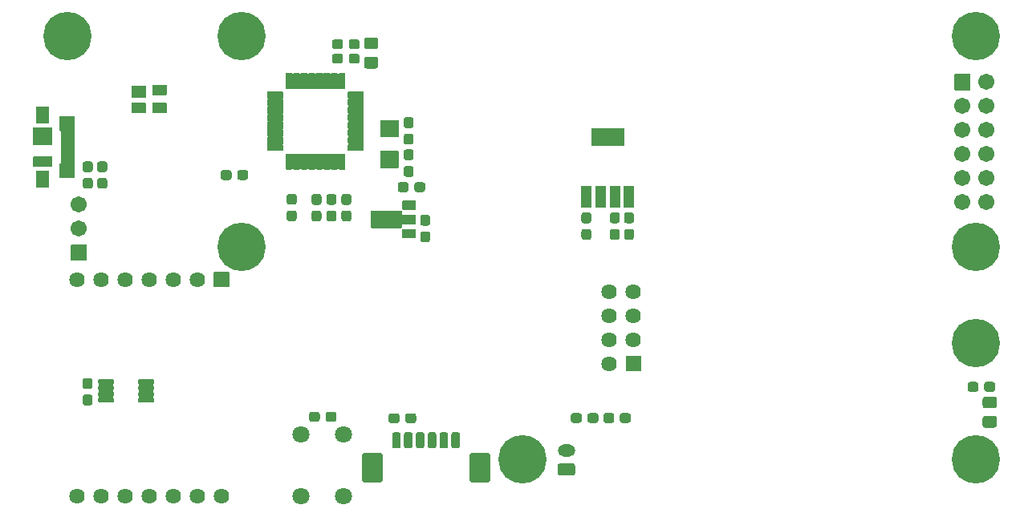
<source format=gts>
G04 #@! TF.GenerationSoftware,KiCad,Pcbnew,5.99.0-unknown-57e35c9~88~ubuntu19.10.1*
G04 #@! TF.CreationDate,2022-01-19T00:43:41-03:00*
G04 #@! TF.ProjectId,Femtosat,46656d74-6f73-4617-942e-6b696361645f,rev?*
G04 #@! TF.SameCoordinates,Original*
G04 #@! TF.FileFunction,Soldermask,Top*
G04 #@! TF.FilePolarity,Negative*
%FSLAX46Y46*%
G04 Gerber Fmt 4.6, Leading zero omitted, Abs format (unit mm)*
G04 Created by KiCad (PCBNEW 5.99.0-unknown-57e35c9~88~ubuntu19.10.1) date 2022-01-19 00:43:41*
%MOMM*%
%LPD*%
G01*
G04 APERTURE LIST*
%ADD10C,5.102000*%
%ADD11C,1.702000*%
%ADD12C,1.626000*%
%ADD13C,1.802000*%
%ADD14O,1.852000X1.302000*%
G04 APERTURE END LIST*
G36*
G01*
X169082000Y-69922500D02*
X169082000Y-69396500D01*
G75*
G02*
X169345000Y-69133500I263000J0D01*
G01*
X169971000Y-69133500D01*
G75*
G02*
X170234000Y-69396500I0J-263000D01*
G01*
X170234000Y-69922500D01*
G75*
G02*
X169971000Y-70185500I-263000J0D01*
G01*
X169345000Y-70185500D01*
G75*
G02*
X169082000Y-69922500I0J263000D01*
G01*
G37*
G36*
G01*
X167332000Y-69922500D02*
X167332000Y-69396500D01*
G75*
G02*
X167595000Y-69133500I263000J0D01*
G01*
X168221000Y-69133500D01*
G75*
G02*
X168484000Y-69396500I0J-263000D01*
G01*
X168484000Y-69922500D01*
G75*
G02*
X168221000Y-70185500I-263000J0D01*
G01*
X167595000Y-70185500D01*
G75*
G02*
X167332000Y-69922500I0J263000D01*
G01*
G37*
G36*
G01*
X170150828Y-71927500D02*
X169193172Y-71927500D01*
G75*
G02*
X168921000Y-71655328I0J272172D01*
G01*
X168921000Y-70947672D01*
G75*
G02*
X169193172Y-70675500I272172J0D01*
G01*
X170150828Y-70675500D01*
G75*
G02*
X170423000Y-70947672I0J-272172D01*
G01*
X170423000Y-71655328D01*
G75*
G02*
X170150828Y-71927500I-272172J0D01*
G01*
G37*
G36*
G01*
X170150828Y-73977500D02*
X169193172Y-73977500D01*
G75*
G02*
X168921000Y-73705328I0J272172D01*
G01*
X168921000Y-72997672D01*
G75*
G02*
X169193172Y-72725500I272172J0D01*
G01*
X170150828Y-72725500D01*
G75*
G02*
X170423000Y-72997672I0J-272172D01*
G01*
X170423000Y-73705328D01*
G75*
G02*
X170150828Y-73977500I-272172J0D01*
G01*
G37*
G36*
G01*
X77300500Y-70953500D02*
X77300500Y-71204500D01*
G75*
G02*
X77175000Y-71330000I-125500J0D01*
G01*
X75699000Y-71330000D01*
G75*
G02*
X75573500Y-71204500I0J125500D01*
G01*
X75573500Y-70953500D01*
G75*
G02*
X75699000Y-70828000I125500J0D01*
G01*
X77175000Y-70828000D01*
G75*
G02*
X77300500Y-70953500I0J-125500D01*
G01*
G37*
G36*
G01*
X77300500Y-70303500D02*
X77300500Y-70554500D01*
G75*
G02*
X77175000Y-70680000I-125500J0D01*
G01*
X75699000Y-70680000D01*
G75*
G02*
X75573500Y-70554500I0J125500D01*
G01*
X75573500Y-70303500D01*
G75*
G02*
X75699000Y-70178000I125500J0D01*
G01*
X77175000Y-70178000D01*
G75*
G02*
X77300500Y-70303500I0J-125500D01*
G01*
G37*
G36*
G01*
X77300500Y-69653500D02*
X77300500Y-69904500D01*
G75*
G02*
X77175000Y-70030000I-125500J0D01*
G01*
X75699000Y-70030000D01*
G75*
G02*
X75573500Y-69904500I0J125500D01*
G01*
X75573500Y-69653500D01*
G75*
G02*
X75699000Y-69528000I125500J0D01*
G01*
X77175000Y-69528000D01*
G75*
G02*
X77300500Y-69653500I0J-125500D01*
G01*
G37*
G36*
G01*
X77300500Y-69003500D02*
X77300500Y-69254500D01*
G75*
G02*
X77175000Y-69380000I-125500J0D01*
G01*
X75699000Y-69380000D01*
G75*
G02*
X75573500Y-69254500I0J125500D01*
G01*
X75573500Y-69003500D01*
G75*
G02*
X75699000Y-68878000I125500J0D01*
G01*
X77175000Y-68878000D01*
G75*
G02*
X77300500Y-69003500I0J-125500D01*
G01*
G37*
G36*
G01*
X81525500Y-69003500D02*
X81525500Y-69254500D01*
G75*
G02*
X81400000Y-69380000I-125500J0D01*
G01*
X79924000Y-69380000D01*
G75*
G02*
X79798500Y-69254500I0J125500D01*
G01*
X79798500Y-69003500D01*
G75*
G02*
X79924000Y-68878000I125500J0D01*
G01*
X81400000Y-68878000D01*
G75*
G02*
X81525500Y-69003500I0J-125500D01*
G01*
G37*
G36*
G01*
X81525500Y-69653500D02*
X81525500Y-69904500D01*
G75*
G02*
X81400000Y-70030000I-125500J0D01*
G01*
X79924000Y-70030000D01*
G75*
G02*
X79798500Y-69904500I0J125500D01*
G01*
X79798500Y-69653500D01*
G75*
G02*
X79924000Y-69528000I125500J0D01*
G01*
X81400000Y-69528000D01*
G75*
G02*
X81525500Y-69653500I0J-125500D01*
G01*
G37*
G36*
G01*
X81525500Y-70303500D02*
X81525500Y-70554500D01*
G75*
G02*
X81400000Y-70680000I-125500J0D01*
G01*
X79924000Y-70680000D01*
G75*
G02*
X79798500Y-70554500I0J125500D01*
G01*
X79798500Y-70303500D01*
G75*
G02*
X79924000Y-70178000I125500J0D01*
G01*
X81400000Y-70178000D01*
G75*
G02*
X81525500Y-70303500I0J-125500D01*
G01*
G37*
G36*
G01*
X81525500Y-70953500D02*
X81525500Y-71204500D01*
G75*
G02*
X81400000Y-71330000I-125500J0D01*
G01*
X79924000Y-71330000D01*
G75*
G02*
X79798500Y-71204500I0J125500D01*
G01*
X79798500Y-70953500D01*
G75*
G02*
X79924000Y-70828000I125500J0D01*
G01*
X81400000Y-70828000D01*
G75*
G02*
X81525500Y-70953500I0J-125500D01*
G01*
G37*
G36*
G01*
X74748500Y-69868500D02*
X74222500Y-69868500D01*
G75*
G02*
X73959500Y-69605500I0J263000D01*
G01*
X73959500Y-68979500D01*
G75*
G02*
X74222500Y-68716500I263000J0D01*
G01*
X74748500Y-68716500D01*
G75*
G02*
X75011500Y-68979500I0J-263000D01*
G01*
X75011500Y-69605500D01*
G75*
G02*
X74748500Y-69868500I-263000J0D01*
G01*
G37*
G36*
G01*
X74748500Y-71618500D02*
X74222500Y-71618500D01*
G75*
G02*
X73959500Y-71355500I0J263000D01*
G01*
X73959500Y-70729500D01*
G75*
G02*
X74222500Y-70466500I263000J0D01*
G01*
X74748500Y-70466500D01*
G75*
G02*
X75011500Y-70729500I0J-263000D01*
G01*
X75011500Y-71355500D01*
G75*
G02*
X74748500Y-71618500I-263000J0D01*
G01*
G37*
D10*
X120360000Y-77270000D03*
X72390000Y-32645000D03*
X168190000Y-77270000D03*
X168190000Y-65030000D03*
X90710000Y-32645000D03*
X90710000Y-54870000D03*
X168190000Y-32645000D03*
X168190000Y-54870000D03*
G36*
G01*
X165939000Y-38271000D02*
X165939000Y-36671000D01*
G75*
G02*
X165990000Y-36620000I51000J0D01*
G01*
X167590000Y-36620000D01*
G75*
G02*
X167641000Y-36671000I0J-51000D01*
G01*
X167641000Y-38271000D01*
G75*
G02*
X167590000Y-38322000I-51000J0D01*
G01*
X165990000Y-38322000D01*
G75*
G02*
X165939000Y-38271000I0J51000D01*
G01*
G37*
D11*
X169330000Y-37471000D03*
X166790000Y-40011000D03*
X169330000Y-40011000D03*
X166790000Y-42551000D03*
X169330000Y-42551000D03*
X166790000Y-45091000D03*
X169330000Y-45091000D03*
X166790000Y-47631000D03*
X169330000Y-47631000D03*
X166790000Y-50171000D03*
X169330000Y-50171000D03*
G36*
G01*
X114774000Y-79487459D02*
X114774000Y-76909741D01*
G75*
G02*
X115036141Y-76647600I262141J0D01*
G01*
X116713859Y-76647600D01*
G75*
G02*
X116976000Y-76909741I0J-262141D01*
G01*
X116976000Y-79487459D01*
G75*
G02*
X116713859Y-79749600I-262141J0D01*
G01*
X115036141Y-79749600D01*
G75*
G02*
X114774000Y-79487459I0J262141D01*
G01*
G37*
G36*
G01*
X103424000Y-79487459D02*
X103424000Y-76909741D01*
G75*
G02*
X103686141Y-76647600I262141J0D01*
G01*
X105363859Y-76647600D01*
G75*
G02*
X105626000Y-76909741I0J-262141D01*
G01*
X105626000Y-79487459D01*
G75*
G02*
X105363859Y-79749600I-262141J0D01*
G01*
X103686141Y-79749600D01*
G75*
G02*
X103424000Y-79487459I0J262141D01*
G01*
G37*
G36*
G01*
X112874000Y-75924100D02*
X112874000Y-74673100D01*
G75*
G02*
X113099500Y-74447600I225500J0D01*
G01*
X113550500Y-74447600D01*
G75*
G02*
X113776000Y-74673100I0J-225500D01*
G01*
X113776000Y-75924100D01*
G75*
G02*
X113550500Y-76149600I-225500J0D01*
G01*
X113099500Y-76149600D01*
G75*
G02*
X112874000Y-75924100I0J225500D01*
G01*
G37*
G36*
G01*
X111624000Y-75924100D02*
X111624000Y-74673100D01*
G75*
G02*
X111849500Y-74447600I225500J0D01*
G01*
X112300500Y-74447600D01*
G75*
G02*
X112526000Y-74673100I0J-225500D01*
G01*
X112526000Y-75924100D01*
G75*
G02*
X112300500Y-76149600I-225500J0D01*
G01*
X111849500Y-76149600D01*
G75*
G02*
X111624000Y-75924100I0J225500D01*
G01*
G37*
G36*
G01*
X110374000Y-75924100D02*
X110374000Y-74673100D01*
G75*
G02*
X110599500Y-74447600I225500J0D01*
G01*
X111050500Y-74447600D01*
G75*
G02*
X111276000Y-74673100I0J-225500D01*
G01*
X111276000Y-75924100D01*
G75*
G02*
X111050500Y-76149600I-225500J0D01*
G01*
X110599500Y-76149600D01*
G75*
G02*
X110374000Y-75924100I0J225500D01*
G01*
G37*
G36*
G01*
X109124000Y-75924100D02*
X109124000Y-74673100D01*
G75*
G02*
X109349500Y-74447600I225500J0D01*
G01*
X109800500Y-74447600D01*
G75*
G02*
X110026000Y-74673100I0J-225500D01*
G01*
X110026000Y-75924100D01*
G75*
G02*
X109800500Y-76149600I-225500J0D01*
G01*
X109349500Y-76149600D01*
G75*
G02*
X109124000Y-75924100I0J225500D01*
G01*
G37*
G36*
G01*
X107874000Y-75924100D02*
X107874000Y-74673100D01*
G75*
G02*
X108099500Y-74447600I225500J0D01*
G01*
X108550500Y-74447600D01*
G75*
G02*
X108776000Y-74673100I0J-225500D01*
G01*
X108776000Y-75924100D01*
G75*
G02*
X108550500Y-76149600I-225500J0D01*
G01*
X108099500Y-76149600D01*
G75*
G02*
X107874000Y-75924100I0J225500D01*
G01*
G37*
G36*
G01*
X106624000Y-75924100D02*
X106624000Y-74673100D01*
G75*
G02*
X106849500Y-74447600I225500J0D01*
G01*
X107300500Y-74447600D01*
G75*
G02*
X107526000Y-74673100I0J-225500D01*
G01*
X107526000Y-75924100D01*
G75*
G02*
X107300500Y-76149600I-225500J0D01*
G01*
X106849500Y-76149600D01*
G75*
G02*
X106624000Y-75924100I0J225500D01*
G01*
G37*
D12*
X88620000Y-81230000D03*
X86080000Y-81230000D03*
X83540000Y-81230000D03*
X81000000Y-81230000D03*
X78460000Y-81230000D03*
X75920000Y-81230000D03*
X73380000Y-81230000D03*
X73380000Y-58330000D03*
X75920000Y-58330000D03*
X78460000Y-58330000D03*
X81000000Y-58330000D03*
X83540000Y-58330000D03*
X86080000Y-58330000D03*
G36*
G01*
X87858000Y-57517000D02*
X89382000Y-57517000D01*
G75*
G02*
X89433000Y-57568000I0J-51000D01*
G01*
X89433000Y-59092000D01*
G75*
G02*
X89382000Y-59143000I-51000J0D01*
G01*
X87858000Y-59143000D01*
G75*
G02*
X87807000Y-59092000I0J51000D01*
G01*
X87807000Y-57568000D01*
G75*
G02*
X87858000Y-57517000I51000J0D01*
G01*
G37*
G36*
G01*
X107237100Y-43311700D02*
X105437100Y-43311700D01*
G75*
G02*
X105386100Y-43260700I0J51000D01*
G01*
X105386100Y-41510700D01*
G75*
G02*
X105437100Y-41459700I51000J0D01*
G01*
X107237100Y-41459700D01*
G75*
G02*
X107288100Y-41510700I0J-51000D01*
G01*
X107288100Y-43260700D01*
G75*
G02*
X107237100Y-43311700I-51000J0D01*
G01*
G37*
G36*
G01*
X107237100Y-46561700D02*
X105437100Y-46561700D01*
G75*
G02*
X105386100Y-46510700I0J51000D01*
G01*
X105386100Y-44760700D01*
G75*
G02*
X105437100Y-44709700I51000J0D01*
G01*
X107237100Y-44709700D01*
G75*
G02*
X107288100Y-44760700I0J-51000D01*
G01*
X107288100Y-46510700D01*
G75*
G02*
X107237100Y-46561700I-51000J0D01*
G01*
G37*
G36*
G01*
X101064300Y-45009700D02*
X101614300Y-45009700D01*
G75*
G02*
X101665300Y-45060700I0J-51000D01*
G01*
X101665300Y-46660700D01*
G75*
G02*
X101614300Y-46711700I-51000J0D01*
G01*
X101064300Y-46711700D01*
G75*
G02*
X101013300Y-46660700I0J51000D01*
G01*
X101013300Y-45060700D01*
G75*
G02*
X101064300Y-45009700I51000J0D01*
G01*
G37*
G36*
G01*
X100264300Y-45009700D02*
X100814300Y-45009700D01*
G75*
G02*
X100865300Y-45060700I0J-51000D01*
G01*
X100865300Y-46660700D01*
G75*
G02*
X100814300Y-46711700I-51000J0D01*
G01*
X100264300Y-46711700D01*
G75*
G02*
X100213300Y-46660700I0J51000D01*
G01*
X100213300Y-45060700D01*
G75*
G02*
X100264300Y-45009700I51000J0D01*
G01*
G37*
G36*
G01*
X99464300Y-45009700D02*
X100014300Y-45009700D01*
G75*
G02*
X100065300Y-45060700I0J-51000D01*
G01*
X100065300Y-46660700D01*
G75*
G02*
X100014300Y-46711700I-51000J0D01*
G01*
X99464300Y-46711700D01*
G75*
G02*
X99413300Y-46660700I0J51000D01*
G01*
X99413300Y-45060700D01*
G75*
G02*
X99464300Y-45009700I51000J0D01*
G01*
G37*
G36*
G01*
X98664300Y-45009700D02*
X99214300Y-45009700D01*
G75*
G02*
X99265300Y-45060700I0J-51000D01*
G01*
X99265300Y-46660700D01*
G75*
G02*
X99214300Y-46711700I-51000J0D01*
G01*
X98664300Y-46711700D01*
G75*
G02*
X98613300Y-46660700I0J51000D01*
G01*
X98613300Y-45060700D01*
G75*
G02*
X98664300Y-45009700I51000J0D01*
G01*
G37*
G36*
G01*
X97864300Y-45009700D02*
X98414300Y-45009700D01*
G75*
G02*
X98465300Y-45060700I0J-51000D01*
G01*
X98465300Y-46660700D01*
G75*
G02*
X98414300Y-46711700I-51000J0D01*
G01*
X97864300Y-46711700D01*
G75*
G02*
X97813300Y-46660700I0J51000D01*
G01*
X97813300Y-45060700D01*
G75*
G02*
X97864300Y-45009700I51000J0D01*
G01*
G37*
G36*
G01*
X97064300Y-45009700D02*
X97614300Y-45009700D01*
G75*
G02*
X97665300Y-45060700I0J-51000D01*
G01*
X97665300Y-46660700D01*
G75*
G02*
X97614300Y-46711700I-51000J0D01*
G01*
X97064300Y-46711700D01*
G75*
G02*
X97013300Y-46660700I0J51000D01*
G01*
X97013300Y-45060700D01*
G75*
G02*
X97064300Y-45009700I51000J0D01*
G01*
G37*
G36*
G01*
X96264300Y-45009700D02*
X96814300Y-45009700D01*
G75*
G02*
X96865300Y-45060700I0J-51000D01*
G01*
X96865300Y-46660700D01*
G75*
G02*
X96814300Y-46711700I-51000J0D01*
G01*
X96264300Y-46711700D01*
G75*
G02*
X96213300Y-46660700I0J51000D01*
G01*
X96213300Y-45060700D01*
G75*
G02*
X96264300Y-45009700I51000J0D01*
G01*
G37*
G36*
G01*
X95464300Y-45009700D02*
X96014300Y-45009700D01*
G75*
G02*
X96065300Y-45060700I0J-51000D01*
G01*
X96065300Y-46660700D01*
G75*
G02*
X96014300Y-46711700I-51000J0D01*
G01*
X95464300Y-46711700D01*
G75*
G02*
X95413300Y-46660700I0J51000D01*
G01*
X95413300Y-45060700D01*
G75*
G02*
X95464300Y-45009700I51000J0D01*
G01*
G37*
G36*
G01*
X95140300Y-44135700D02*
X95140300Y-44685700D01*
G75*
G02*
X95089300Y-44736700I-51000J0D01*
G01*
X93489300Y-44736700D01*
G75*
G02*
X93438300Y-44685700I0J51000D01*
G01*
X93438300Y-44135700D01*
G75*
G02*
X93489300Y-44084700I51000J0D01*
G01*
X95089300Y-44084700D01*
G75*
G02*
X95140300Y-44135700I0J-51000D01*
G01*
G37*
G36*
G01*
X95140300Y-43335700D02*
X95140300Y-43885700D01*
G75*
G02*
X95089300Y-43936700I-51000J0D01*
G01*
X93489300Y-43936700D01*
G75*
G02*
X93438300Y-43885700I0J51000D01*
G01*
X93438300Y-43335700D01*
G75*
G02*
X93489300Y-43284700I51000J0D01*
G01*
X95089300Y-43284700D01*
G75*
G02*
X95140300Y-43335700I0J-51000D01*
G01*
G37*
G36*
G01*
X95140300Y-42535700D02*
X95140300Y-43085700D01*
G75*
G02*
X95089300Y-43136700I-51000J0D01*
G01*
X93489300Y-43136700D01*
G75*
G02*
X93438300Y-43085700I0J51000D01*
G01*
X93438300Y-42535700D01*
G75*
G02*
X93489300Y-42484700I51000J0D01*
G01*
X95089300Y-42484700D01*
G75*
G02*
X95140300Y-42535700I0J-51000D01*
G01*
G37*
G36*
G01*
X95140300Y-41735700D02*
X95140300Y-42285700D01*
G75*
G02*
X95089300Y-42336700I-51000J0D01*
G01*
X93489300Y-42336700D01*
G75*
G02*
X93438300Y-42285700I0J51000D01*
G01*
X93438300Y-41735700D01*
G75*
G02*
X93489300Y-41684700I51000J0D01*
G01*
X95089300Y-41684700D01*
G75*
G02*
X95140300Y-41735700I0J-51000D01*
G01*
G37*
G36*
G01*
X95140300Y-40935700D02*
X95140300Y-41485700D01*
G75*
G02*
X95089300Y-41536700I-51000J0D01*
G01*
X93489300Y-41536700D01*
G75*
G02*
X93438300Y-41485700I0J51000D01*
G01*
X93438300Y-40935700D01*
G75*
G02*
X93489300Y-40884700I51000J0D01*
G01*
X95089300Y-40884700D01*
G75*
G02*
X95140300Y-40935700I0J-51000D01*
G01*
G37*
G36*
G01*
X95140300Y-40135700D02*
X95140300Y-40685700D01*
G75*
G02*
X95089300Y-40736700I-51000J0D01*
G01*
X93489300Y-40736700D01*
G75*
G02*
X93438300Y-40685700I0J51000D01*
G01*
X93438300Y-40135700D01*
G75*
G02*
X93489300Y-40084700I51000J0D01*
G01*
X95089300Y-40084700D01*
G75*
G02*
X95140300Y-40135700I0J-51000D01*
G01*
G37*
G36*
G01*
X95140300Y-39335700D02*
X95140300Y-39885700D01*
G75*
G02*
X95089300Y-39936700I-51000J0D01*
G01*
X93489300Y-39936700D01*
G75*
G02*
X93438300Y-39885700I0J51000D01*
G01*
X93438300Y-39335700D01*
G75*
G02*
X93489300Y-39284700I51000J0D01*
G01*
X95089300Y-39284700D01*
G75*
G02*
X95140300Y-39335700I0J-51000D01*
G01*
G37*
G36*
G01*
X95140300Y-38535700D02*
X95140300Y-39085700D01*
G75*
G02*
X95089300Y-39136700I-51000J0D01*
G01*
X93489300Y-39136700D01*
G75*
G02*
X93438300Y-39085700I0J51000D01*
G01*
X93438300Y-38535700D01*
G75*
G02*
X93489300Y-38484700I51000J0D01*
G01*
X95089300Y-38484700D01*
G75*
G02*
X95140300Y-38535700I0J-51000D01*
G01*
G37*
G36*
G01*
X95464300Y-36509700D02*
X96014300Y-36509700D01*
G75*
G02*
X96065300Y-36560700I0J-51000D01*
G01*
X96065300Y-38160700D01*
G75*
G02*
X96014300Y-38211700I-51000J0D01*
G01*
X95464300Y-38211700D01*
G75*
G02*
X95413300Y-38160700I0J51000D01*
G01*
X95413300Y-36560700D01*
G75*
G02*
X95464300Y-36509700I51000J0D01*
G01*
G37*
G36*
G01*
X96264300Y-36509700D02*
X96814300Y-36509700D01*
G75*
G02*
X96865300Y-36560700I0J-51000D01*
G01*
X96865300Y-38160700D01*
G75*
G02*
X96814300Y-38211700I-51000J0D01*
G01*
X96264300Y-38211700D01*
G75*
G02*
X96213300Y-38160700I0J51000D01*
G01*
X96213300Y-36560700D01*
G75*
G02*
X96264300Y-36509700I51000J0D01*
G01*
G37*
G36*
G01*
X97064300Y-36509700D02*
X97614300Y-36509700D01*
G75*
G02*
X97665300Y-36560700I0J-51000D01*
G01*
X97665300Y-38160700D01*
G75*
G02*
X97614300Y-38211700I-51000J0D01*
G01*
X97064300Y-38211700D01*
G75*
G02*
X97013300Y-38160700I0J51000D01*
G01*
X97013300Y-36560700D01*
G75*
G02*
X97064300Y-36509700I51000J0D01*
G01*
G37*
G36*
G01*
X97864300Y-36509700D02*
X98414300Y-36509700D01*
G75*
G02*
X98465300Y-36560700I0J-51000D01*
G01*
X98465300Y-38160700D01*
G75*
G02*
X98414300Y-38211700I-51000J0D01*
G01*
X97864300Y-38211700D01*
G75*
G02*
X97813300Y-38160700I0J51000D01*
G01*
X97813300Y-36560700D01*
G75*
G02*
X97864300Y-36509700I51000J0D01*
G01*
G37*
G36*
G01*
X98664300Y-36509700D02*
X99214300Y-36509700D01*
G75*
G02*
X99265300Y-36560700I0J-51000D01*
G01*
X99265300Y-38160700D01*
G75*
G02*
X99214300Y-38211700I-51000J0D01*
G01*
X98664300Y-38211700D01*
G75*
G02*
X98613300Y-38160700I0J51000D01*
G01*
X98613300Y-36560700D01*
G75*
G02*
X98664300Y-36509700I51000J0D01*
G01*
G37*
G36*
G01*
X99464300Y-36509700D02*
X100014300Y-36509700D01*
G75*
G02*
X100065300Y-36560700I0J-51000D01*
G01*
X100065300Y-38160700D01*
G75*
G02*
X100014300Y-38211700I-51000J0D01*
G01*
X99464300Y-38211700D01*
G75*
G02*
X99413300Y-38160700I0J51000D01*
G01*
X99413300Y-36560700D01*
G75*
G02*
X99464300Y-36509700I51000J0D01*
G01*
G37*
G36*
G01*
X100264300Y-36509700D02*
X100814300Y-36509700D01*
G75*
G02*
X100865300Y-36560700I0J-51000D01*
G01*
X100865300Y-38160700D01*
G75*
G02*
X100814300Y-38211700I-51000J0D01*
G01*
X100264300Y-38211700D01*
G75*
G02*
X100213300Y-38160700I0J51000D01*
G01*
X100213300Y-36560700D01*
G75*
G02*
X100264300Y-36509700I51000J0D01*
G01*
G37*
G36*
G01*
X101064300Y-36509700D02*
X101614300Y-36509700D01*
G75*
G02*
X101665300Y-36560700I0J-51000D01*
G01*
X101665300Y-38160700D01*
G75*
G02*
X101614300Y-38211700I-51000J0D01*
G01*
X101064300Y-38211700D01*
G75*
G02*
X101013300Y-38160700I0J51000D01*
G01*
X101013300Y-36560700D01*
G75*
G02*
X101064300Y-36509700I51000J0D01*
G01*
G37*
G36*
G01*
X103640300Y-38535700D02*
X103640300Y-39085700D01*
G75*
G02*
X103589300Y-39136700I-51000J0D01*
G01*
X101989300Y-39136700D01*
G75*
G02*
X101938300Y-39085700I0J51000D01*
G01*
X101938300Y-38535700D01*
G75*
G02*
X101989300Y-38484700I51000J0D01*
G01*
X103589300Y-38484700D01*
G75*
G02*
X103640300Y-38535700I0J-51000D01*
G01*
G37*
G36*
G01*
X103640300Y-39335700D02*
X103640300Y-39885700D01*
G75*
G02*
X103589300Y-39936700I-51000J0D01*
G01*
X101989300Y-39936700D01*
G75*
G02*
X101938300Y-39885700I0J51000D01*
G01*
X101938300Y-39335700D01*
G75*
G02*
X101989300Y-39284700I51000J0D01*
G01*
X103589300Y-39284700D01*
G75*
G02*
X103640300Y-39335700I0J-51000D01*
G01*
G37*
G36*
G01*
X103640300Y-40135700D02*
X103640300Y-40685700D01*
G75*
G02*
X103589300Y-40736700I-51000J0D01*
G01*
X101989300Y-40736700D01*
G75*
G02*
X101938300Y-40685700I0J51000D01*
G01*
X101938300Y-40135700D01*
G75*
G02*
X101989300Y-40084700I51000J0D01*
G01*
X103589300Y-40084700D01*
G75*
G02*
X103640300Y-40135700I0J-51000D01*
G01*
G37*
G36*
G01*
X103640300Y-40935700D02*
X103640300Y-41485700D01*
G75*
G02*
X103589300Y-41536700I-51000J0D01*
G01*
X101989300Y-41536700D01*
G75*
G02*
X101938300Y-41485700I0J51000D01*
G01*
X101938300Y-40935700D01*
G75*
G02*
X101989300Y-40884700I51000J0D01*
G01*
X103589300Y-40884700D01*
G75*
G02*
X103640300Y-40935700I0J-51000D01*
G01*
G37*
G36*
G01*
X103640300Y-41735700D02*
X103640300Y-42285700D01*
G75*
G02*
X103589300Y-42336700I-51000J0D01*
G01*
X101989300Y-42336700D01*
G75*
G02*
X101938300Y-42285700I0J51000D01*
G01*
X101938300Y-41735700D01*
G75*
G02*
X101989300Y-41684700I51000J0D01*
G01*
X103589300Y-41684700D01*
G75*
G02*
X103640300Y-41735700I0J-51000D01*
G01*
G37*
G36*
G01*
X103640300Y-42535700D02*
X103640300Y-43085700D01*
G75*
G02*
X103589300Y-43136700I-51000J0D01*
G01*
X101989300Y-43136700D01*
G75*
G02*
X101938300Y-43085700I0J51000D01*
G01*
X101938300Y-42535700D01*
G75*
G02*
X101989300Y-42484700I51000J0D01*
G01*
X103589300Y-42484700D01*
G75*
G02*
X103640300Y-42535700I0J-51000D01*
G01*
G37*
G36*
G01*
X103640300Y-43335700D02*
X103640300Y-43885700D01*
G75*
G02*
X103589300Y-43936700I-51000J0D01*
G01*
X101989300Y-43936700D01*
G75*
G02*
X101938300Y-43885700I0J51000D01*
G01*
X101938300Y-43335700D01*
G75*
G02*
X101989300Y-43284700I51000J0D01*
G01*
X103589300Y-43284700D01*
G75*
G02*
X103640300Y-43335700I0J-51000D01*
G01*
G37*
G36*
G01*
X103640300Y-44135700D02*
X103640300Y-44685700D01*
G75*
G02*
X103589300Y-44736700I-51000J0D01*
G01*
X101989300Y-44736700D01*
G75*
G02*
X101938300Y-44685700I0J51000D01*
G01*
X101938300Y-44135700D01*
G75*
G02*
X101989300Y-44084700I51000J0D01*
G01*
X103589300Y-44084700D01*
G75*
G02*
X103640300Y-44135700I0J-51000D01*
G01*
G37*
X129532000Y-59588400D03*
X132072000Y-59588400D03*
X129532000Y-62128400D03*
X132072000Y-62128400D03*
X129532000Y-64668400D03*
X132072000Y-64668400D03*
X129532000Y-67208400D03*
G36*
G01*
X132885000Y-66446400D02*
X132885000Y-67970400D01*
G75*
G02*
X132834000Y-68021400I-51000J0D01*
G01*
X131310000Y-68021400D01*
G75*
G02*
X131259000Y-67970400I0J51000D01*
G01*
X131259000Y-66446400D01*
G75*
G02*
X131310000Y-66395400I51000J0D01*
G01*
X132834000Y-66395400D01*
G75*
G02*
X132885000Y-66446400I0J-51000D01*
G01*
G37*
G36*
G01*
X127612200Y-50733800D02*
X126612200Y-50733800D01*
G75*
G02*
X126561200Y-50682800I0J51000D01*
G01*
X126561200Y-48482800D01*
G75*
G02*
X126612200Y-48431800I51000J0D01*
G01*
X127612200Y-48431800D01*
G75*
G02*
X127663200Y-48482800I0J-51000D01*
G01*
X127663200Y-50682800D01*
G75*
G02*
X127612200Y-50733800I-51000J0D01*
G01*
G37*
G36*
G01*
X130612200Y-50733800D02*
X129612200Y-50733800D01*
G75*
G02*
X129561200Y-50682800I0J51000D01*
G01*
X129561200Y-48482800D01*
G75*
G02*
X129612200Y-48431800I51000J0D01*
G01*
X130612200Y-48431800D01*
G75*
G02*
X130663200Y-48482800I0J-51000D01*
G01*
X130663200Y-50682800D01*
G75*
G02*
X130612200Y-50733800I-51000J0D01*
G01*
G37*
G36*
G01*
X131062200Y-44233800D02*
X127662200Y-44233800D01*
G75*
G02*
X127611200Y-44182800I0J51000D01*
G01*
X127611200Y-42382800D01*
G75*
G02*
X127662200Y-42331800I51000J0D01*
G01*
X131062200Y-42331800D01*
G75*
G02*
X131113200Y-42382800I0J-51000D01*
G01*
X131113200Y-44182800D01*
G75*
G02*
X131062200Y-44233800I-51000J0D01*
G01*
G37*
G36*
G01*
X129112200Y-50733800D02*
X128112200Y-50733800D01*
G75*
G02*
X128061200Y-50682800I0J51000D01*
G01*
X128061200Y-48482800D01*
G75*
G02*
X128112200Y-48431800I51000J0D01*
G01*
X129112200Y-48431800D01*
G75*
G02*
X129163200Y-48482800I0J-51000D01*
G01*
X129163200Y-50682800D01*
G75*
G02*
X129112200Y-50733800I-51000J0D01*
G01*
G37*
G36*
G01*
X132112200Y-50733800D02*
X131112200Y-50733800D01*
G75*
G02*
X131061200Y-50682800I0J51000D01*
G01*
X131061200Y-48482800D01*
G75*
G02*
X131112200Y-48431800I51000J0D01*
G01*
X132112200Y-48431800D01*
G75*
G02*
X132163200Y-48482800I0J-51000D01*
G01*
X132163200Y-50682800D01*
G75*
G02*
X132112200Y-50733800I-51000J0D01*
G01*
G37*
D11*
X73570000Y-50410000D03*
X73570000Y-52950000D03*
G36*
G01*
X74421000Y-54690000D02*
X74421000Y-56290000D01*
G75*
G02*
X74370000Y-56341000I-51000J0D01*
G01*
X72770000Y-56341000D01*
G75*
G02*
X72719000Y-56290000I0J51000D01*
G01*
X72719000Y-54690000D01*
G75*
G02*
X72770000Y-54639000I51000J0D01*
G01*
X74370000Y-54639000D01*
G75*
G02*
X74421000Y-54690000I0J-51000D01*
G01*
G37*
G36*
X104416327Y-52868097D02*
G01*
X104405200Y-52836299D01*
X104405200Y-51103300D01*
X104424402Y-51063427D01*
X104456200Y-51052300D01*
X107581201Y-51052300D01*
X107621074Y-51071502D01*
X107632201Y-51103300D01*
X107632201Y-51468800D01*
X109056200Y-51468801D01*
X109096073Y-51488003D01*
X109107200Y-51519801D01*
X109107200Y-52419800D01*
X109087997Y-52459673D01*
X109056199Y-52470800D01*
X107632200Y-52470799D01*
X107632200Y-52836299D01*
X107612998Y-52876172D01*
X107581200Y-52887299D01*
X104456200Y-52887299D01*
X104416327Y-52868097D01*
G37*
G36*
G01*
X109107200Y-50019800D02*
X109107200Y-50919800D01*
G75*
G02*
X109056200Y-50970800I-51000J0D01*
G01*
X107756200Y-50970800D01*
G75*
G02*
X107705200Y-50919800I0J51000D01*
G01*
X107705200Y-50019800D01*
G75*
G02*
X107756200Y-49968800I51000J0D01*
G01*
X109056200Y-49968800D01*
G75*
G02*
X109107200Y-50019800I0J-51000D01*
G01*
G37*
G36*
G01*
X109107200Y-53019800D02*
X109107200Y-53919800D01*
G75*
G02*
X109056200Y-53970800I-51000J0D01*
G01*
X107756200Y-53970800D01*
G75*
G02*
X107705200Y-53919800I0J51000D01*
G01*
X107705200Y-53019800D01*
G75*
G02*
X107756200Y-52968800I51000J0D01*
G01*
X109056200Y-52968800D01*
G75*
G02*
X109107200Y-53019800I0J-51000D01*
G01*
G37*
D13*
X97000000Y-81203800D03*
X97000000Y-74703800D03*
X101500000Y-81203800D03*
X101500000Y-74703800D03*
G36*
G01*
X126849200Y-52978600D02*
X127375200Y-52978600D01*
G75*
G02*
X127638200Y-53241600I0J-263000D01*
G01*
X127638200Y-53867600D01*
G75*
G02*
X127375200Y-54130600I-263000J0D01*
G01*
X126849200Y-54130600D01*
G75*
G02*
X126586200Y-53867600I0J263000D01*
G01*
X126586200Y-53241600D01*
G75*
G02*
X126849200Y-52978600I263000J0D01*
G01*
G37*
G36*
G01*
X126849200Y-51228600D02*
X127375200Y-51228600D01*
G75*
G02*
X127638200Y-51491600I0J-263000D01*
G01*
X127638200Y-52117600D01*
G75*
G02*
X127375200Y-52380600I-263000J0D01*
G01*
X126849200Y-52380600D01*
G75*
G02*
X126586200Y-52117600I0J263000D01*
G01*
X126586200Y-51491600D01*
G75*
G02*
X126849200Y-51228600I263000J0D01*
G01*
G37*
G36*
G01*
X89681900Y-47019100D02*
X89681900Y-47545100D01*
G75*
G02*
X89418900Y-47808100I-263000J0D01*
G01*
X88792900Y-47808100D01*
G75*
G02*
X88529900Y-47545100I0J263000D01*
G01*
X88529900Y-47019100D01*
G75*
G02*
X88792900Y-46756100I263000J0D01*
G01*
X89418900Y-46756100D01*
G75*
G02*
X89681900Y-47019100I0J-263000D01*
G01*
G37*
G36*
G01*
X91431900Y-47019100D02*
X91431900Y-47545100D01*
G75*
G02*
X91168900Y-47808100I-263000J0D01*
G01*
X90542900Y-47808100D01*
G75*
G02*
X90279900Y-47545100I0J263000D01*
G01*
X90279900Y-47019100D01*
G75*
G02*
X90542900Y-46756100I263000J0D01*
G01*
X91168900Y-46756100D01*
G75*
G02*
X91431900Y-47019100I0J-263000D01*
G01*
G37*
G36*
G01*
X76294700Y-46983100D02*
X75768700Y-46983100D01*
G75*
G02*
X75505700Y-46720100I0J263000D01*
G01*
X75505700Y-46094100D01*
G75*
G02*
X75768700Y-45831100I263000J0D01*
G01*
X76294700Y-45831100D01*
G75*
G02*
X76557700Y-46094100I0J-263000D01*
G01*
X76557700Y-46720100D01*
G75*
G02*
X76294700Y-46983100I-263000J0D01*
G01*
G37*
G36*
G01*
X76294700Y-48733100D02*
X75768700Y-48733100D01*
G75*
G02*
X75505700Y-48470100I0J263000D01*
G01*
X75505700Y-47844100D01*
G75*
G02*
X75768700Y-47581100I263000J0D01*
G01*
X76294700Y-47581100D01*
G75*
G02*
X76557700Y-47844100I0J-263000D01*
G01*
X76557700Y-48470100D01*
G75*
G02*
X76294700Y-48733100I-263000J0D01*
G01*
G37*
G36*
G01*
X107401000Y-72711200D02*
X107401000Y-73237200D01*
G75*
G02*
X107138000Y-73500200I-263000J0D01*
G01*
X106512000Y-73500200D01*
G75*
G02*
X106249000Y-73237200I0J263000D01*
G01*
X106249000Y-72711200D01*
G75*
G02*
X106512000Y-72448200I263000J0D01*
G01*
X107138000Y-72448200D01*
G75*
G02*
X107401000Y-72711200I0J-263000D01*
G01*
G37*
G36*
G01*
X109151000Y-72711200D02*
X109151000Y-73237200D01*
G75*
G02*
X108888000Y-73500200I-263000J0D01*
G01*
X108262000Y-73500200D01*
G75*
G02*
X107999000Y-73237200I0J263000D01*
G01*
X107999000Y-72711200D01*
G75*
G02*
X108262000Y-72448200I263000J0D01*
G01*
X108888000Y-72448200D01*
G75*
G02*
X109151000Y-72711200I0J-263000D01*
G01*
G37*
G36*
G01*
X101527500Y-51035500D02*
X102053500Y-51035500D01*
G75*
G02*
X102316500Y-51298500I0J-263000D01*
G01*
X102316500Y-51924500D01*
G75*
G02*
X102053500Y-52187500I-263000J0D01*
G01*
X101527500Y-52187500D01*
G75*
G02*
X101264500Y-51924500I0J263000D01*
G01*
X101264500Y-51298500D01*
G75*
G02*
X101527500Y-51035500I263000J0D01*
G01*
G37*
G36*
G01*
X101527500Y-49285500D02*
X102053500Y-49285500D01*
G75*
G02*
X102316500Y-49548500I0J-263000D01*
G01*
X102316500Y-50174500D01*
G75*
G02*
X102053500Y-50437500I-263000J0D01*
G01*
X101527500Y-50437500D01*
G75*
G02*
X101264500Y-50174500I0J263000D01*
G01*
X101264500Y-49548500D01*
G75*
G02*
X101527500Y-49285500I263000J0D01*
G01*
G37*
G36*
G01*
X104885428Y-33992600D02*
X103927772Y-33992600D01*
G75*
G02*
X103655600Y-33720428I0J272172D01*
G01*
X103655600Y-33012772D01*
G75*
G02*
X103927772Y-32740600I272172J0D01*
G01*
X104885428Y-32740600D01*
G75*
G02*
X105157600Y-33012772I0J-272172D01*
G01*
X105157600Y-33720428D01*
G75*
G02*
X104885428Y-33992600I-272172J0D01*
G01*
G37*
G36*
G01*
X104885428Y-36042600D02*
X103927772Y-36042600D01*
G75*
G02*
X103655600Y-35770428I0J272172D01*
G01*
X103655600Y-35062772D01*
G75*
G02*
X103927772Y-34790600I272172J0D01*
G01*
X104885428Y-34790600D01*
G75*
G02*
X105157600Y-35062772I0J-272172D01*
G01*
X105157600Y-35770428D01*
G75*
G02*
X104885428Y-36042600I-272172J0D01*
G01*
G37*
D14*
X125000000Y-76384400D03*
G36*
G01*
X125654752Y-79035400D02*
X124345248Y-79035400D01*
G75*
G02*
X124074000Y-78764152I0J271248D01*
G01*
X124074000Y-78004648D01*
G75*
G02*
X124345248Y-77733400I271248J0D01*
G01*
X125654752Y-77733400D01*
G75*
G02*
X125926000Y-78004648I0J-271248D01*
G01*
X125926000Y-78764152D01*
G75*
G02*
X125654752Y-79035400I-271248J0D01*
G01*
G37*
G36*
G01*
X68800000Y-45334700D02*
X70700000Y-45334700D01*
G75*
G02*
X70751000Y-45385700I0J-51000D01*
G01*
X70751000Y-46385700D01*
G75*
G02*
X70700000Y-46436700I-51000J0D01*
G01*
X68800000Y-46436700D01*
G75*
G02*
X68749000Y-46385700I0J51000D01*
G01*
X68749000Y-45385700D01*
G75*
G02*
X68800000Y-45334700I51000J0D01*
G01*
G37*
G36*
G01*
X68800000Y-42234700D02*
X70700000Y-42234700D01*
G75*
G02*
X70751000Y-42285700I0J-51000D01*
G01*
X70751000Y-44085700D01*
G75*
G02*
X70700000Y-44136700I-51000J0D01*
G01*
X68800000Y-44136700D01*
G75*
G02*
X68749000Y-44085700I0J51000D01*
G01*
X68749000Y-42285700D01*
G75*
G02*
X68800000Y-42234700I51000J0D01*
G01*
G37*
G36*
G01*
X69100000Y-46834700D02*
X70400000Y-46834700D01*
G75*
G02*
X70451000Y-46885700I0J-51000D01*
G01*
X70451000Y-48535700D01*
G75*
G02*
X70400000Y-48586700I-51000J0D01*
G01*
X69100000Y-48586700D01*
G75*
G02*
X69049000Y-48535700I0J51000D01*
G01*
X69049000Y-46885700D01*
G75*
G02*
X69100000Y-46834700I51000J0D01*
G01*
G37*
G36*
G01*
X69100000Y-40084700D02*
X70400000Y-40084700D01*
G75*
G02*
X70451000Y-40135700I0J-51000D01*
G01*
X70451000Y-41785700D01*
G75*
G02*
X70400000Y-41836700I-51000J0D01*
G01*
X69100000Y-41836700D01*
G75*
G02*
X69049000Y-41785700I0J51000D01*
G01*
X69049000Y-40135700D01*
G75*
G02*
X69100000Y-40084700I51000J0D01*
G01*
G37*
G36*
G01*
X71550000Y-46059700D02*
X73100000Y-46059700D01*
G75*
G02*
X73151000Y-46110700I0J-51000D01*
G01*
X73151000Y-47535700D01*
G75*
G02*
X73100000Y-47586700I-51000J0D01*
G01*
X71550000Y-47586700D01*
G75*
G02*
X71499000Y-47535700I0J51000D01*
G01*
X71499000Y-46110700D01*
G75*
G02*
X71550000Y-46059700I51000J0D01*
G01*
G37*
G36*
G01*
X71550000Y-41084700D02*
X73100000Y-41084700D01*
G75*
G02*
X73151000Y-41135700I0J-51000D01*
G01*
X73151000Y-42560700D01*
G75*
G02*
X73100000Y-42611700I-51000J0D01*
G01*
X71550000Y-42611700D01*
G75*
G02*
X71499000Y-42560700I0J51000D01*
G01*
X71499000Y-41135700D01*
G75*
G02*
X71550000Y-41084700I51000J0D01*
G01*
G37*
G36*
G01*
X71720000Y-45359700D02*
X73100000Y-45359700D01*
G75*
G02*
X73151000Y-45410700I0J-51000D01*
G01*
X73151000Y-45860700D01*
G75*
G02*
X73100000Y-45911700I-51000J0D01*
G01*
X71720000Y-45911700D01*
G75*
G02*
X71669000Y-45860700I0J51000D01*
G01*
X71669000Y-45410700D01*
G75*
G02*
X71720000Y-45359700I51000J0D01*
G01*
G37*
G36*
G01*
X71720000Y-44709700D02*
X73100000Y-44709700D01*
G75*
G02*
X73151000Y-44760700I0J-51000D01*
G01*
X73151000Y-45210700D01*
G75*
G02*
X73100000Y-45261700I-51000J0D01*
G01*
X71720000Y-45261700D01*
G75*
G02*
X71669000Y-45210700I0J51000D01*
G01*
X71669000Y-44760700D01*
G75*
G02*
X71720000Y-44709700I51000J0D01*
G01*
G37*
G36*
G01*
X71720000Y-44059700D02*
X73100000Y-44059700D01*
G75*
G02*
X73151000Y-44110700I0J-51000D01*
G01*
X73151000Y-44560700D01*
G75*
G02*
X73100000Y-44611700I-51000J0D01*
G01*
X71720000Y-44611700D01*
G75*
G02*
X71669000Y-44560700I0J51000D01*
G01*
X71669000Y-44110700D01*
G75*
G02*
X71720000Y-44059700I51000J0D01*
G01*
G37*
G36*
G01*
X71720000Y-43409700D02*
X73100000Y-43409700D01*
G75*
G02*
X73151000Y-43460700I0J-51000D01*
G01*
X73151000Y-43910700D01*
G75*
G02*
X73100000Y-43961700I-51000J0D01*
G01*
X71720000Y-43961700D01*
G75*
G02*
X71669000Y-43910700I0J51000D01*
G01*
X71669000Y-43460700D01*
G75*
G02*
X71720000Y-43409700I51000J0D01*
G01*
G37*
G36*
G01*
X71720000Y-42759700D02*
X73100000Y-42759700D01*
G75*
G02*
X73151000Y-42810700I0J-51000D01*
G01*
X73151000Y-43260700D01*
G75*
G02*
X73100000Y-43311700I-51000J0D01*
G01*
X71720000Y-43311700D01*
G75*
G02*
X71669000Y-43260700I0J51000D01*
G01*
X71669000Y-42810700D01*
G75*
G02*
X71720000Y-42759700I51000J0D01*
G01*
G37*
G36*
G01*
X81380900Y-37754700D02*
X82780900Y-37754700D01*
G75*
G02*
X82831900Y-37805700I0J-51000D01*
G01*
X82831900Y-38805700D01*
G75*
G02*
X82780900Y-38856700I-51000J0D01*
G01*
X81380900Y-38856700D01*
G75*
G02*
X81329900Y-38805700I0J51000D01*
G01*
X81329900Y-37805700D01*
G75*
G02*
X81380900Y-37754700I51000J0D01*
G01*
G37*
G36*
G01*
X81380900Y-39654700D02*
X82780900Y-39654700D01*
G75*
G02*
X82831900Y-39705700I0J-51000D01*
G01*
X82831900Y-40705700D01*
G75*
G02*
X82780900Y-40756700I-51000J0D01*
G01*
X81380900Y-40756700D01*
G75*
G02*
X81329900Y-40705700I0J51000D01*
G01*
X81329900Y-39705700D01*
G75*
G02*
X81380900Y-39654700I51000J0D01*
G01*
G37*
G36*
G01*
X79180900Y-39654700D02*
X80580900Y-39654700D01*
G75*
G02*
X80631900Y-39705700I0J-51000D01*
G01*
X80631900Y-40705700D01*
G75*
G02*
X80580900Y-40756700I-51000J0D01*
G01*
X79180900Y-40756700D01*
G75*
G02*
X79129900Y-40705700I0J51000D01*
G01*
X79129900Y-39705700D01*
G75*
G02*
X79180900Y-39654700I51000J0D01*
G01*
G37*
G36*
G01*
X79180899Y-37834700D02*
X80580901Y-37834700D01*
G75*
G02*
X80631900Y-37885699I0J-50999D01*
G01*
X80631900Y-39085701D01*
G75*
G02*
X80580901Y-39136700I-50999J0D01*
G01*
X79180899Y-39136700D01*
G75*
G02*
X79129900Y-39085701I0J50999D01*
G01*
X79129900Y-37885699D01*
G75*
G02*
X79180899Y-37834700I50999J0D01*
G01*
G37*
G36*
G01*
X127235500Y-73211800D02*
X127235500Y-72685800D01*
G75*
G02*
X127498500Y-72422800I263000J0D01*
G01*
X128124500Y-72422800D01*
G75*
G02*
X128387500Y-72685800I0J-263000D01*
G01*
X128387500Y-73211800D01*
G75*
G02*
X128124500Y-73474800I-263000J0D01*
G01*
X127498500Y-73474800D01*
G75*
G02*
X127235500Y-73211800I0J263000D01*
G01*
G37*
G36*
G01*
X125485500Y-73211800D02*
X125485500Y-72685800D01*
G75*
G02*
X125748500Y-72422800I263000J0D01*
G01*
X126374500Y-72422800D01*
G75*
G02*
X126637500Y-72685800I0J-263000D01*
G01*
X126637500Y-73211800D01*
G75*
G02*
X126374500Y-73474800I-263000J0D01*
G01*
X125748500Y-73474800D01*
G75*
G02*
X125485500Y-73211800I0J263000D01*
G01*
G37*
G36*
G01*
X130053800Y-72685800D02*
X130053800Y-73211800D01*
G75*
G02*
X129790800Y-73474800I-263000J0D01*
G01*
X129164800Y-73474800D01*
G75*
G02*
X128901800Y-73211800I0J263000D01*
G01*
X128901800Y-72685800D01*
G75*
G02*
X129164800Y-72422800I263000J0D01*
G01*
X129790800Y-72422800D01*
G75*
G02*
X130053800Y-72685800I0J-263000D01*
G01*
G37*
G36*
G01*
X131803800Y-72685800D02*
X131803800Y-73211800D01*
G75*
G02*
X131540800Y-73474800I-263000J0D01*
G01*
X130914800Y-73474800D01*
G75*
G02*
X130651800Y-73211800I0J263000D01*
G01*
X130651800Y-72685800D01*
G75*
G02*
X130914800Y-72422800I263000J0D01*
G01*
X131540800Y-72422800D01*
G75*
G02*
X131803800Y-72685800I0J-263000D01*
G01*
G37*
G36*
G01*
X108362200Y-48301800D02*
X108362200Y-48827800D01*
G75*
G02*
X108099200Y-49090800I-263000J0D01*
G01*
X107473200Y-49090800D01*
G75*
G02*
X107210200Y-48827800I0J263000D01*
G01*
X107210200Y-48301800D01*
G75*
G02*
X107473200Y-48038800I263000J0D01*
G01*
X108099200Y-48038800D01*
G75*
G02*
X108362200Y-48301800I0J-263000D01*
G01*
G37*
G36*
G01*
X110112200Y-48301800D02*
X110112200Y-48827800D01*
G75*
G02*
X109849200Y-49090800I-263000J0D01*
G01*
X109223200Y-49090800D01*
G75*
G02*
X108960200Y-48827800I0J263000D01*
G01*
X108960200Y-48301800D01*
G75*
G02*
X109223200Y-48038800I263000J0D01*
G01*
X109849200Y-48038800D01*
G75*
G02*
X110112200Y-48301800I0J-263000D01*
G01*
G37*
G36*
G01*
X109846000Y-53232600D02*
X110372000Y-53232600D01*
G75*
G02*
X110635000Y-53495600I0J-263000D01*
G01*
X110635000Y-54121600D01*
G75*
G02*
X110372000Y-54384600I-263000J0D01*
G01*
X109846000Y-54384600D01*
G75*
G02*
X109583000Y-54121600I0J263000D01*
G01*
X109583000Y-53495600D01*
G75*
G02*
X109846000Y-53232600I263000J0D01*
G01*
G37*
G36*
G01*
X109846000Y-51482600D02*
X110372000Y-51482600D01*
G75*
G02*
X110635000Y-51745600I0J-263000D01*
G01*
X110635000Y-52371600D01*
G75*
G02*
X110372000Y-52634600I-263000J0D01*
G01*
X109846000Y-52634600D01*
G75*
G02*
X109583000Y-52371600I0J263000D01*
G01*
X109583000Y-51745600D01*
G75*
G02*
X109846000Y-51482600I263000J0D01*
G01*
G37*
G36*
G01*
X108093400Y-42920200D02*
X108619400Y-42920200D01*
G75*
G02*
X108882400Y-43183200I0J-263000D01*
G01*
X108882400Y-43809200D01*
G75*
G02*
X108619400Y-44072200I-263000J0D01*
G01*
X108093400Y-44072200D01*
G75*
G02*
X107830400Y-43809200I0J263000D01*
G01*
X107830400Y-43183200D01*
G75*
G02*
X108093400Y-42920200I263000J0D01*
G01*
G37*
G36*
G01*
X108093400Y-41170200D02*
X108619400Y-41170200D01*
G75*
G02*
X108882400Y-41433200I0J-263000D01*
G01*
X108882400Y-42059200D01*
G75*
G02*
X108619400Y-42322200I-263000J0D01*
G01*
X108093400Y-42322200D01*
G75*
G02*
X107830400Y-42059200I0J263000D01*
G01*
X107830400Y-41433200D01*
G75*
G02*
X108093400Y-41170200I263000J0D01*
G01*
G37*
G36*
G01*
X108093400Y-46323800D02*
X108619400Y-46323800D01*
G75*
G02*
X108882400Y-46586800I0J-263000D01*
G01*
X108882400Y-47212800D01*
G75*
G02*
X108619400Y-47475800I-263000J0D01*
G01*
X108093400Y-47475800D01*
G75*
G02*
X107830400Y-47212800I0J263000D01*
G01*
X107830400Y-46586800D01*
G75*
G02*
X108093400Y-46323800I263000J0D01*
G01*
G37*
G36*
G01*
X108093400Y-44573800D02*
X108619400Y-44573800D01*
G75*
G02*
X108882400Y-44836800I0J-263000D01*
G01*
X108882400Y-45462800D01*
G75*
G02*
X108619400Y-45725800I-263000J0D01*
G01*
X108093400Y-45725800D01*
G75*
G02*
X107830400Y-45462800I0J263000D01*
G01*
X107830400Y-44836800D01*
G75*
G02*
X108093400Y-44573800I263000J0D01*
G01*
G37*
G36*
G01*
X99952700Y-51035500D02*
X100478700Y-51035500D01*
G75*
G02*
X100741700Y-51298500I0J-263000D01*
G01*
X100741700Y-51924500D01*
G75*
G02*
X100478700Y-52187500I-263000J0D01*
G01*
X99952700Y-52187500D01*
G75*
G02*
X99689700Y-51924500I0J263000D01*
G01*
X99689700Y-51298500D01*
G75*
G02*
X99952700Y-51035500I263000J0D01*
G01*
G37*
G36*
G01*
X99952700Y-49285500D02*
X100478700Y-49285500D01*
G75*
G02*
X100741700Y-49548500I0J-263000D01*
G01*
X100741700Y-50174500D01*
G75*
G02*
X100478700Y-50437500I-263000J0D01*
G01*
X99952700Y-50437500D01*
G75*
G02*
X99689700Y-50174500I0J263000D01*
G01*
X99689700Y-49548500D01*
G75*
G02*
X99952700Y-49285500I263000J0D01*
G01*
G37*
G36*
G01*
X98377900Y-51035500D02*
X98903900Y-51035500D01*
G75*
G02*
X99166900Y-51298500I0J-263000D01*
G01*
X99166900Y-51924500D01*
G75*
G02*
X98903900Y-52187500I-263000J0D01*
G01*
X98377900Y-52187500D01*
G75*
G02*
X98114900Y-51924500I0J263000D01*
G01*
X98114900Y-51298500D01*
G75*
G02*
X98377900Y-51035500I263000J0D01*
G01*
G37*
G36*
G01*
X98377900Y-49285500D02*
X98903900Y-49285500D01*
G75*
G02*
X99166900Y-49548500I0J-263000D01*
G01*
X99166900Y-50174500D01*
G75*
G02*
X98903900Y-50437500I-263000J0D01*
G01*
X98377900Y-50437500D01*
G75*
G02*
X98114900Y-50174500I0J263000D01*
G01*
X98114900Y-49548500D01*
G75*
G02*
X98377900Y-49285500I263000J0D01*
G01*
G37*
G36*
G01*
X101440300Y-33201500D02*
X101440300Y-33727500D01*
G75*
G02*
X101177300Y-33990500I-263000J0D01*
G01*
X100551300Y-33990500D01*
G75*
G02*
X100288300Y-33727500I0J263000D01*
G01*
X100288300Y-33201500D01*
G75*
G02*
X100551300Y-32938500I263000J0D01*
G01*
X101177300Y-32938500D01*
G75*
G02*
X101440300Y-33201500I0J-263000D01*
G01*
G37*
G36*
G01*
X103190300Y-33201500D02*
X103190300Y-33727500D01*
G75*
G02*
X102927300Y-33990500I-263000J0D01*
G01*
X102301300Y-33990500D01*
G75*
G02*
X102038300Y-33727500I0J263000D01*
G01*
X102038300Y-33201500D01*
G75*
G02*
X102301300Y-32938500I263000J0D01*
G01*
X102927300Y-32938500D01*
G75*
G02*
X103190300Y-33201500I0J-263000D01*
G01*
G37*
G36*
G01*
X101440300Y-34725500D02*
X101440300Y-35251500D01*
G75*
G02*
X101177300Y-35514500I-263000J0D01*
G01*
X100551300Y-35514500D01*
G75*
G02*
X100288300Y-35251500I0J263000D01*
G01*
X100288300Y-34725500D01*
G75*
G02*
X100551300Y-34462500I263000J0D01*
G01*
X101177300Y-34462500D01*
G75*
G02*
X101440300Y-34725500I0J-263000D01*
G01*
G37*
G36*
G01*
X103190300Y-34725500D02*
X103190300Y-35251500D01*
G75*
G02*
X102927300Y-35514500I-263000J0D01*
G01*
X102301300Y-35514500D01*
G75*
G02*
X102038300Y-35251500I0J263000D01*
G01*
X102038300Y-34725500D01*
G75*
G02*
X102301300Y-34462500I263000J0D01*
G01*
X102927300Y-34462500D01*
G75*
G02*
X103190300Y-34725500I0J-263000D01*
G01*
G37*
G36*
G01*
X74770700Y-46983100D02*
X74244700Y-46983100D01*
G75*
G02*
X73981700Y-46720100I0J263000D01*
G01*
X73981700Y-46094100D01*
G75*
G02*
X74244700Y-45831100I263000J0D01*
G01*
X74770700Y-45831100D01*
G75*
G02*
X75033700Y-46094100I0J-263000D01*
G01*
X75033700Y-46720100D01*
G75*
G02*
X74770700Y-46983100I-263000J0D01*
G01*
G37*
G36*
G01*
X74770700Y-48733100D02*
X74244700Y-48733100D01*
G75*
G02*
X73981700Y-48470100I0J263000D01*
G01*
X73981700Y-47844100D01*
G75*
G02*
X74244700Y-47581100I263000J0D01*
G01*
X74770700Y-47581100D01*
G75*
G02*
X75033700Y-47844100I0J-263000D01*
G01*
X75033700Y-48470100D01*
G75*
G02*
X74770700Y-48733100I-263000J0D01*
G01*
G37*
G36*
G01*
X99599000Y-73084800D02*
X99599000Y-72558800D01*
G75*
G02*
X99862000Y-72295800I263000J0D01*
G01*
X100488000Y-72295800D01*
G75*
G02*
X100751000Y-72558800I0J-263000D01*
G01*
X100751000Y-73084800D01*
G75*
G02*
X100488000Y-73347800I-263000J0D01*
G01*
X99862000Y-73347800D01*
G75*
G02*
X99599000Y-73084800I0J263000D01*
G01*
G37*
G36*
G01*
X97849000Y-73084800D02*
X97849000Y-72558800D01*
G75*
G02*
X98112000Y-72295800I263000J0D01*
G01*
X98738000Y-72295800D01*
G75*
G02*
X99001000Y-72558800I0J-263000D01*
G01*
X99001000Y-73084800D01*
G75*
G02*
X98738000Y-73347800I-263000J0D01*
G01*
X98112000Y-73347800D01*
G75*
G02*
X97849000Y-73084800I0J263000D01*
G01*
G37*
G36*
G01*
X95761700Y-51021500D02*
X96287700Y-51021500D01*
G75*
G02*
X96550700Y-51284500I0J-263000D01*
G01*
X96550700Y-51910500D01*
G75*
G02*
X96287700Y-52173500I-263000J0D01*
G01*
X95761700Y-52173500D01*
G75*
G02*
X95498700Y-51910500I0J263000D01*
G01*
X95498700Y-51284500D01*
G75*
G02*
X95761700Y-51021500I263000J0D01*
G01*
G37*
G36*
G01*
X95761700Y-49271500D02*
X96287700Y-49271500D01*
G75*
G02*
X96550700Y-49534500I0J-263000D01*
G01*
X96550700Y-50160500D01*
G75*
G02*
X96287700Y-50423500I-263000J0D01*
G01*
X95761700Y-50423500D01*
G75*
G02*
X95498700Y-50160500I0J263000D01*
G01*
X95498700Y-49534500D01*
G75*
G02*
X95761700Y-49271500I263000J0D01*
G01*
G37*
G36*
G01*
X129849200Y-52978600D02*
X130375200Y-52978600D01*
G75*
G02*
X130638200Y-53241600I0J-263000D01*
G01*
X130638200Y-53867600D01*
G75*
G02*
X130375200Y-54130600I-263000J0D01*
G01*
X129849200Y-54130600D01*
G75*
G02*
X129586200Y-53867600I0J263000D01*
G01*
X129586200Y-53241600D01*
G75*
G02*
X129849200Y-52978600I263000J0D01*
G01*
G37*
G36*
G01*
X129849200Y-51228600D02*
X130375200Y-51228600D01*
G75*
G02*
X130638200Y-51491600I0J-263000D01*
G01*
X130638200Y-52117600D01*
G75*
G02*
X130375200Y-52380600I-263000J0D01*
G01*
X129849200Y-52380600D01*
G75*
G02*
X129586200Y-52117600I0J263000D01*
G01*
X129586200Y-51491600D01*
G75*
G02*
X129849200Y-51228600I263000J0D01*
G01*
G37*
G36*
G01*
X131349200Y-52978600D02*
X131875200Y-52978600D01*
G75*
G02*
X132138200Y-53241600I0J-263000D01*
G01*
X132138200Y-53867600D01*
G75*
G02*
X131875200Y-54130600I-263000J0D01*
G01*
X131349200Y-54130600D01*
G75*
G02*
X131086200Y-53867600I0J263000D01*
G01*
X131086200Y-53241600D01*
G75*
G02*
X131349200Y-52978600I263000J0D01*
G01*
G37*
G36*
G01*
X131349200Y-51228600D02*
X131875200Y-51228600D01*
G75*
G02*
X132138200Y-51491600I0J-263000D01*
G01*
X132138200Y-52117600D01*
G75*
G02*
X131875200Y-52380600I-263000J0D01*
G01*
X131349200Y-52380600D01*
G75*
G02*
X131086200Y-52117600I0J263000D01*
G01*
X131086200Y-51491600D01*
G75*
G02*
X131349200Y-51228600I263000J0D01*
G01*
G37*
G36*
X81451435Y-70656913D02*
G01*
X81450943Y-70658363D01*
X81414752Y-70699629D01*
X81402338Y-70762039D01*
X81422814Y-70822361D01*
X81448267Y-70847814D01*
X81448785Y-70849746D01*
X81447371Y-70851160D01*
X81445742Y-70850891D01*
X81431506Y-70841379D01*
X81374301Y-70830000D01*
X79949699Y-70830000D01*
X79892494Y-70841379D01*
X79875672Y-70852619D01*
X79873676Y-70852750D01*
X79872565Y-70851087D01*
X79873057Y-70849637D01*
X79909248Y-70808371D01*
X79921662Y-70745961D01*
X79901186Y-70685639D01*
X79875733Y-70660186D01*
X79875215Y-70658254D01*
X79876629Y-70656840D01*
X79878258Y-70657109D01*
X79892494Y-70666621D01*
X79949699Y-70678000D01*
X81374301Y-70678000D01*
X81431506Y-70666621D01*
X81448328Y-70655381D01*
X81450324Y-70655250D01*
X81451435Y-70656913D01*
G37*
G36*
X77226435Y-70656913D02*
G01*
X77225943Y-70658363D01*
X77189752Y-70699629D01*
X77177338Y-70762039D01*
X77197814Y-70822361D01*
X77223267Y-70847814D01*
X77223785Y-70849746D01*
X77222371Y-70851160D01*
X77220742Y-70850891D01*
X77206506Y-70841379D01*
X77149301Y-70830000D01*
X75724699Y-70830000D01*
X75667494Y-70841379D01*
X75650672Y-70852619D01*
X75648676Y-70852750D01*
X75647565Y-70851087D01*
X75648057Y-70849637D01*
X75684248Y-70808371D01*
X75696662Y-70745961D01*
X75676186Y-70685639D01*
X75650733Y-70660186D01*
X75650215Y-70658254D01*
X75651629Y-70656840D01*
X75653258Y-70657109D01*
X75667494Y-70666621D01*
X75724699Y-70678000D01*
X77149301Y-70678000D01*
X77206506Y-70666621D01*
X77223328Y-70655381D01*
X77225324Y-70655250D01*
X77226435Y-70656913D01*
G37*
G36*
X77226435Y-70006913D02*
G01*
X77225943Y-70008363D01*
X77189752Y-70049629D01*
X77177338Y-70112039D01*
X77197814Y-70172361D01*
X77223267Y-70197814D01*
X77223785Y-70199746D01*
X77222371Y-70201160D01*
X77220742Y-70200891D01*
X77206506Y-70191379D01*
X77149301Y-70180000D01*
X75724699Y-70180000D01*
X75667494Y-70191379D01*
X75650672Y-70202619D01*
X75648676Y-70202750D01*
X75647565Y-70201087D01*
X75648057Y-70199637D01*
X75684248Y-70158371D01*
X75696662Y-70095961D01*
X75676186Y-70035639D01*
X75650733Y-70010186D01*
X75650215Y-70008254D01*
X75651629Y-70006840D01*
X75653258Y-70007109D01*
X75667494Y-70016621D01*
X75724699Y-70028000D01*
X77149301Y-70028000D01*
X77206506Y-70016621D01*
X77223328Y-70005381D01*
X77225324Y-70005250D01*
X77226435Y-70006913D01*
G37*
G36*
X81451435Y-70006913D02*
G01*
X81450943Y-70008363D01*
X81414752Y-70049629D01*
X81402338Y-70112039D01*
X81422814Y-70172361D01*
X81448267Y-70197814D01*
X81448785Y-70199746D01*
X81447371Y-70201160D01*
X81445742Y-70200891D01*
X81431506Y-70191379D01*
X81374301Y-70180000D01*
X79949699Y-70180000D01*
X79892494Y-70191379D01*
X79875672Y-70202619D01*
X79873676Y-70202750D01*
X79872565Y-70201087D01*
X79873057Y-70199637D01*
X79909248Y-70158371D01*
X79921662Y-70095961D01*
X79901186Y-70035639D01*
X79875733Y-70010186D01*
X79875215Y-70008254D01*
X79876629Y-70006840D01*
X79878258Y-70007109D01*
X79892494Y-70016621D01*
X79949699Y-70028000D01*
X81374301Y-70028000D01*
X81431506Y-70016621D01*
X81448328Y-70005381D01*
X81450324Y-70005250D01*
X81451435Y-70006913D01*
G37*
G36*
X81451435Y-69356913D02*
G01*
X81450943Y-69358363D01*
X81414752Y-69399629D01*
X81402338Y-69462039D01*
X81422814Y-69522361D01*
X81448267Y-69547814D01*
X81448785Y-69549746D01*
X81447371Y-69551160D01*
X81445742Y-69550891D01*
X81431506Y-69541379D01*
X81374301Y-69530000D01*
X79949699Y-69530000D01*
X79892494Y-69541379D01*
X79875672Y-69552619D01*
X79873676Y-69552750D01*
X79872565Y-69551087D01*
X79873057Y-69549637D01*
X79909248Y-69508371D01*
X79921662Y-69445961D01*
X79901186Y-69385639D01*
X79875733Y-69360186D01*
X79875215Y-69358254D01*
X79876629Y-69356840D01*
X79878258Y-69357109D01*
X79892494Y-69366621D01*
X79949699Y-69378000D01*
X81374301Y-69378000D01*
X81431506Y-69366621D01*
X81448328Y-69355381D01*
X81450324Y-69355250D01*
X81451435Y-69356913D01*
G37*
G36*
X77226435Y-69356913D02*
G01*
X77225943Y-69358363D01*
X77189752Y-69399629D01*
X77177338Y-69462039D01*
X77197814Y-69522361D01*
X77223267Y-69547814D01*
X77223785Y-69549746D01*
X77222371Y-69551160D01*
X77220742Y-69550891D01*
X77206506Y-69541379D01*
X77149301Y-69530000D01*
X75724699Y-69530000D01*
X75667494Y-69541379D01*
X75650672Y-69552619D01*
X75648676Y-69552750D01*
X75647565Y-69551087D01*
X75648057Y-69549637D01*
X75684248Y-69508371D01*
X75696662Y-69445961D01*
X75676186Y-69385639D01*
X75650733Y-69360186D01*
X75650215Y-69358254D01*
X75651629Y-69356840D01*
X75653258Y-69357109D01*
X75667494Y-69366621D01*
X75724699Y-69378000D01*
X77149301Y-69378000D01*
X77206506Y-69366621D01*
X77223328Y-69355381D01*
X77225324Y-69355250D01*
X77226435Y-69356913D01*
G37*
G36*
X98454960Y-45028193D02*
G01*
X98468752Y-45037409D01*
X98469286Y-45036610D01*
X98471080Y-45035725D01*
X98472268Y-45036217D01*
X98484939Y-45047328D01*
X98547350Y-45059738D01*
X98607669Y-45039257D01*
X98608711Y-45038215D01*
X98609014Y-45037966D01*
X98623640Y-45028193D01*
X98625636Y-45028062D01*
X98626747Y-45029725D01*
X98626414Y-45030967D01*
X98619067Y-45041962D01*
X98615300Y-45060899D01*
X98615300Y-46660501D01*
X98619067Y-46679438D01*
X98626414Y-46690433D01*
X98626545Y-46692429D01*
X98624882Y-46693540D01*
X98623640Y-46693207D01*
X98609848Y-46683991D01*
X98609314Y-46684790D01*
X98607520Y-46685675D01*
X98606332Y-46685183D01*
X98593661Y-46674072D01*
X98531250Y-46661662D01*
X98470931Y-46682143D01*
X98469889Y-46683185D01*
X98469586Y-46683434D01*
X98454960Y-46693207D01*
X98452964Y-46693338D01*
X98451853Y-46691675D01*
X98452186Y-46690433D01*
X98459533Y-46679438D01*
X98463300Y-46660501D01*
X98463300Y-45060899D01*
X98459533Y-45041962D01*
X98452186Y-45030967D01*
X98452055Y-45028971D01*
X98453718Y-45027860D01*
X98454960Y-45028193D01*
G37*
G36*
X96854960Y-45028193D02*
G01*
X96868752Y-45037409D01*
X96869286Y-45036610D01*
X96871080Y-45035725D01*
X96872268Y-45036217D01*
X96884939Y-45047328D01*
X96947350Y-45059738D01*
X97007669Y-45039257D01*
X97008711Y-45038215D01*
X97009014Y-45037966D01*
X97023640Y-45028193D01*
X97025636Y-45028062D01*
X97026747Y-45029725D01*
X97026414Y-45030967D01*
X97019067Y-45041962D01*
X97015300Y-45060899D01*
X97015300Y-46660501D01*
X97019067Y-46679438D01*
X97026414Y-46690433D01*
X97026545Y-46692429D01*
X97024882Y-46693540D01*
X97023640Y-46693207D01*
X97009848Y-46683991D01*
X97009314Y-46684790D01*
X97007520Y-46685675D01*
X97006332Y-46685183D01*
X96993661Y-46674072D01*
X96931250Y-46661662D01*
X96870931Y-46682143D01*
X96869889Y-46683185D01*
X96869586Y-46683434D01*
X96854960Y-46693207D01*
X96852964Y-46693338D01*
X96851853Y-46691675D01*
X96852186Y-46690433D01*
X96859533Y-46679438D01*
X96863300Y-46660501D01*
X96863300Y-45060899D01*
X96859533Y-45041962D01*
X96852186Y-45030967D01*
X96852055Y-45028971D01*
X96853718Y-45027860D01*
X96854960Y-45028193D01*
G37*
G36*
X96054960Y-45028193D02*
G01*
X96068752Y-45037409D01*
X96069286Y-45036610D01*
X96071080Y-45035725D01*
X96072268Y-45036217D01*
X96084939Y-45047328D01*
X96147350Y-45059738D01*
X96207669Y-45039257D01*
X96208711Y-45038215D01*
X96209014Y-45037966D01*
X96223640Y-45028193D01*
X96225636Y-45028062D01*
X96226747Y-45029725D01*
X96226414Y-45030967D01*
X96219067Y-45041962D01*
X96215300Y-45060899D01*
X96215300Y-46660501D01*
X96219067Y-46679438D01*
X96226414Y-46690433D01*
X96226545Y-46692429D01*
X96224882Y-46693540D01*
X96223640Y-46693207D01*
X96209848Y-46683991D01*
X96209314Y-46684790D01*
X96207520Y-46685675D01*
X96206332Y-46685183D01*
X96193661Y-46674072D01*
X96131250Y-46661662D01*
X96070931Y-46682143D01*
X96069889Y-46683185D01*
X96069586Y-46683434D01*
X96054960Y-46693207D01*
X96052964Y-46693338D01*
X96051853Y-46691675D01*
X96052186Y-46690433D01*
X96059533Y-46679438D01*
X96063300Y-46660501D01*
X96063300Y-45060899D01*
X96059533Y-45041962D01*
X96052186Y-45030967D01*
X96052055Y-45028971D01*
X96053718Y-45027860D01*
X96054960Y-45028193D01*
G37*
G36*
X97654960Y-45028193D02*
G01*
X97668752Y-45037409D01*
X97669286Y-45036610D01*
X97671080Y-45035725D01*
X97672268Y-45036217D01*
X97684939Y-45047328D01*
X97747350Y-45059738D01*
X97807669Y-45039257D01*
X97808711Y-45038215D01*
X97809014Y-45037966D01*
X97823640Y-45028193D01*
X97825636Y-45028062D01*
X97826747Y-45029725D01*
X97826414Y-45030967D01*
X97819067Y-45041962D01*
X97815300Y-45060899D01*
X97815300Y-46660501D01*
X97819067Y-46679438D01*
X97826414Y-46690433D01*
X97826545Y-46692429D01*
X97824882Y-46693540D01*
X97823640Y-46693207D01*
X97809848Y-46683991D01*
X97809314Y-46684790D01*
X97807520Y-46685675D01*
X97806332Y-46685183D01*
X97793661Y-46674072D01*
X97731250Y-46661662D01*
X97670931Y-46682143D01*
X97669889Y-46683185D01*
X97669586Y-46683434D01*
X97654960Y-46693207D01*
X97652964Y-46693338D01*
X97651853Y-46691675D01*
X97652186Y-46690433D01*
X97659533Y-46679438D01*
X97663300Y-46660501D01*
X97663300Y-45060899D01*
X97659533Y-45041962D01*
X97652186Y-45030967D01*
X97652055Y-45028971D01*
X97653718Y-45027860D01*
X97654960Y-45028193D01*
G37*
G36*
X99254960Y-45028193D02*
G01*
X99268752Y-45037409D01*
X99269286Y-45036610D01*
X99271080Y-45035725D01*
X99272268Y-45036217D01*
X99284939Y-45047328D01*
X99347350Y-45059738D01*
X99407669Y-45039257D01*
X99408711Y-45038215D01*
X99409014Y-45037966D01*
X99423640Y-45028193D01*
X99425636Y-45028062D01*
X99426747Y-45029725D01*
X99426414Y-45030967D01*
X99419067Y-45041962D01*
X99415300Y-45060899D01*
X99415300Y-46660501D01*
X99419067Y-46679438D01*
X99426414Y-46690433D01*
X99426545Y-46692429D01*
X99424882Y-46693540D01*
X99423640Y-46693207D01*
X99409848Y-46683991D01*
X99409314Y-46684790D01*
X99407520Y-46685675D01*
X99406332Y-46685183D01*
X99393661Y-46674072D01*
X99331250Y-46661662D01*
X99270931Y-46682143D01*
X99269889Y-46683185D01*
X99269586Y-46683434D01*
X99254960Y-46693207D01*
X99252964Y-46693338D01*
X99251853Y-46691675D01*
X99252186Y-46690433D01*
X99259533Y-46679438D01*
X99263300Y-46660501D01*
X99263300Y-45060899D01*
X99259533Y-45041962D01*
X99252186Y-45030967D01*
X99252055Y-45028971D01*
X99253718Y-45027860D01*
X99254960Y-45028193D01*
G37*
G36*
X100054960Y-45028193D02*
G01*
X100068752Y-45037409D01*
X100069286Y-45036610D01*
X100071080Y-45035725D01*
X100072268Y-45036217D01*
X100084939Y-45047328D01*
X100147350Y-45059738D01*
X100207669Y-45039257D01*
X100208711Y-45038215D01*
X100209014Y-45037966D01*
X100223640Y-45028193D01*
X100225636Y-45028062D01*
X100226747Y-45029725D01*
X100226414Y-45030967D01*
X100219067Y-45041962D01*
X100215300Y-45060899D01*
X100215300Y-46660501D01*
X100219067Y-46679438D01*
X100226414Y-46690433D01*
X100226545Y-46692429D01*
X100224882Y-46693540D01*
X100223640Y-46693207D01*
X100209848Y-46683991D01*
X100209314Y-46684790D01*
X100207520Y-46685675D01*
X100206332Y-46685183D01*
X100193661Y-46674072D01*
X100131250Y-46661662D01*
X100070931Y-46682143D01*
X100069889Y-46683185D01*
X100069586Y-46683434D01*
X100054960Y-46693207D01*
X100052964Y-46693338D01*
X100051853Y-46691675D01*
X100052186Y-46690433D01*
X100059533Y-46679438D01*
X100063300Y-46660501D01*
X100063300Y-45060899D01*
X100059533Y-45041962D01*
X100052186Y-45030967D01*
X100052055Y-45028971D01*
X100053718Y-45027860D01*
X100054960Y-45028193D01*
G37*
G36*
X100854960Y-45028193D02*
G01*
X100868752Y-45037409D01*
X100869286Y-45036610D01*
X100871080Y-45035725D01*
X100872268Y-45036217D01*
X100884939Y-45047328D01*
X100947350Y-45059738D01*
X101007669Y-45039257D01*
X101008711Y-45038215D01*
X101009014Y-45037966D01*
X101023640Y-45028193D01*
X101025636Y-45028062D01*
X101026747Y-45029725D01*
X101026414Y-45030967D01*
X101019067Y-45041962D01*
X101015300Y-45060899D01*
X101015300Y-46660501D01*
X101019067Y-46679438D01*
X101026414Y-46690433D01*
X101026545Y-46692429D01*
X101024882Y-46693540D01*
X101023640Y-46693207D01*
X101009848Y-46683991D01*
X101009314Y-46684790D01*
X101007520Y-46685675D01*
X101006332Y-46685183D01*
X100993661Y-46674072D01*
X100931250Y-46661662D01*
X100870931Y-46682143D01*
X100869889Y-46683185D01*
X100869586Y-46683434D01*
X100854960Y-46693207D01*
X100852964Y-46693338D01*
X100851853Y-46691675D01*
X100852186Y-46690433D01*
X100859533Y-46679438D01*
X100863300Y-46660501D01*
X100863300Y-45060899D01*
X100859533Y-45041962D01*
X100852186Y-45030967D01*
X100852055Y-45028971D01*
X100853718Y-45027860D01*
X100854960Y-45028193D01*
G37*
G36*
X71678032Y-45884324D02*
G01*
X71685380Y-45895320D01*
X71701262Y-45905933D01*
X71720199Y-45909700D01*
X73099801Y-45909700D01*
X73118738Y-45905933D01*
X73129733Y-45898586D01*
X73131729Y-45898455D01*
X73132840Y-45900118D01*
X73132507Y-45901360D01*
X73123291Y-45915152D01*
X73124090Y-45915686D01*
X73124975Y-45917480D01*
X73124483Y-45918668D01*
X73113372Y-45931339D01*
X73100962Y-45993750D01*
X73121443Y-46054069D01*
X73122485Y-46055111D01*
X73122734Y-46055414D01*
X73132507Y-46070040D01*
X73132638Y-46072036D01*
X73130975Y-46073147D01*
X73129733Y-46072814D01*
X73118738Y-46065467D01*
X73099801Y-46061700D01*
X71562310Y-46061700D01*
X71560578Y-46060700D01*
X71560578Y-46058700D01*
X71561920Y-46057738D01*
X71573018Y-46055530D01*
X71573687Y-46054455D01*
X71623307Y-46041159D01*
X71668299Y-45996167D01*
X71684760Y-45934735D01*
X71675657Y-45904729D01*
X71676111Y-45902781D01*
X71677181Y-45902186D01*
X71677643Y-45902094D01*
X71674407Y-45885825D01*
X71675050Y-45883931D01*
X71677012Y-45883541D01*
X71678032Y-45884324D01*
G37*
G36*
X71701262Y-45255933D02*
G01*
X71720199Y-45259700D01*
X73099801Y-45259700D01*
X73118738Y-45255933D01*
X73133558Y-45246030D01*
X73135554Y-45245899D01*
X73136563Y-45248336D01*
X73118145Y-45302592D01*
X73137162Y-45373564D01*
X73136644Y-45375496D01*
X73134119Y-45375745D01*
X73118738Y-45365467D01*
X73099801Y-45361700D01*
X71720199Y-45361700D01*
X71701262Y-45365467D01*
X71686442Y-45375370D01*
X71684446Y-45375501D01*
X71683437Y-45373064D01*
X71701855Y-45318808D01*
X71682838Y-45247836D01*
X71683356Y-45245904D01*
X71685881Y-45245655D01*
X71701262Y-45255933D01*
G37*
G36*
X71701262Y-44605933D02*
G01*
X71720199Y-44609700D01*
X73099801Y-44609700D01*
X73118738Y-44605933D01*
X73133558Y-44596030D01*
X73135554Y-44595899D01*
X73136563Y-44598336D01*
X73118145Y-44652592D01*
X73137162Y-44723564D01*
X73136644Y-44725496D01*
X73134119Y-44725745D01*
X73118738Y-44715467D01*
X73099801Y-44711700D01*
X71720199Y-44711700D01*
X71701262Y-44715467D01*
X71686442Y-44725370D01*
X71684446Y-44725501D01*
X71683437Y-44723064D01*
X71701855Y-44668808D01*
X71682838Y-44597836D01*
X71683356Y-44595904D01*
X71685881Y-44595655D01*
X71701262Y-44605933D01*
G37*
G36*
X93459567Y-43923586D02*
G01*
X93470562Y-43930933D01*
X93489499Y-43934700D01*
X95089101Y-43934700D01*
X95108038Y-43930933D01*
X95119033Y-43923586D01*
X95121029Y-43923455D01*
X95122140Y-43925118D01*
X95121807Y-43926360D01*
X95112591Y-43940152D01*
X95113390Y-43940686D01*
X95114275Y-43942480D01*
X95113783Y-43943668D01*
X95102672Y-43956339D01*
X95090262Y-44018750D01*
X95110743Y-44079069D01*
X95111785Y-44080111D01*
X95112034Y-44080414D01*
X95121807Y-44095040D01*
X95121938Y-44097036D01*
X95120275Y-44098147D01*
X95119033Y-44097814D01*
X95108038Y-44090467D01*
X95089101Y-44086700D01*
X93489499Y-44086700D01*
X93470562Y-44090467D01*
X93459567Y-44097814D01*
X93457571Y-44097945D01*
X93456460Y-44096282D01*
X93456793Y-44095040D01*
X93466009Y-44081248D01*
X93465210Y-44080714D01*
X93464325Y-44078920D01*
X93464817Y-44077732D01*
X93475928Y-44065061D01*
X93488338Y-44002650D01*
X93467857Y-43942331D01*
X93466815Y-43941289D01*
X93466566Y-43940986D01*
X93456793Y-43926360D01*
X93456662Y-43924364D01*
X93458325Y-43923253D01*
X93459567Y-43923586D01*
G37*
G36*
X101959567Y-43923586D02*
G01*
X101970562Y-43930933D01*
X101989499Y-43934700D01*
X103589101Y-43934700D01*
X103608038Y-43930933D01*
X103619033Y-43923586D01*
X103621029Y-43923455D01*
X103622140Y-43925118D01*
X103621807Y-43926360D01*
X103612591Y-43940152D01*
X103613390Y-43940686D01*
X103614275Y-43942480D01*
X103613783Y-43943668D01*
X103602672Y-43956339D01*
X103590262Y-44018750D01*
X103610743Y-44079069D01*
X103611785Y-44080111D01*
X103612034Y-44080414D01*
X103621807Y-44095040D01*
X103621938Y-44097036D01*
X103620275Y-44098147D01*
X103619033Y-44097814D01*
X103608038Y-44090467D01*
X103589101Y-44086700D01*
X101989499Y-44086700D01*
X101970562Y-44090467D01*
X101959567Y-44097814D01*
X101957571Y-44097945D01*
X101956460Y-44096282D01*
X101956793Y-44095040D01*
X101966009Y-44081248D01*
X101965210Y-44080714D01*
X101964325Y-44078920D01*
X101964817Y-44077732D01*
X101975928Y-44065061D01*
X101988338Y-44002650D01*
X101967857Y-43942331D01*
X101966815Y-43941289D01*
X101966566Y-43940986D01*
X101956793Y-43926360D01*
X101956662Y-43924364D01*
X101958325Y-43923253D01*
X101959567Y-43923586D01*
G37*
G36*
X71701262Y-43955933D02*
G01*
X71720199Y-43959700D01*
X73099801Y-43959700D01*
X73118738Y-43955933D01*
X73133558Y-43946030D01*
X73135554Y-43945899D01*
X73136563Y-43948336D01*
X73118145Y-44002592D01*
X73137162Y-44073564D01*
X73136644Y-44075496D01*
X73134119Y-44075745D01*
X73118738Y-44065467D01*
X73099801Y-44061700D01*
X71720199Y-44061700D01*
X71701262Y-44065467D01*
X71686442Y-44075370D01*
X71684446Y-44075501D01*
X71683437Y-44073064D01*
X71701855Y-44018808D01*
X71682838Y-43947836D01*
X71683356Y-43945904D01*
X71685881Y-43945655D01*
X71701262Y-43955933D01*
G37*
G36*
X71701262Y-43305933D02*
G01*
X71720199Y-43309700D01*
X73099801Y-43309700D01*
X73118738Y-43305933D01*
X73133558Y-43296030D01*
X73135554Y-43295899D01*
X73136563Y-43298336D01*
X73118145Y-43352592D01*
X73137162Y-43423564D01*
X73136644Y-43425496D01*
X73134119Y-43425745D01*
X73118738Y-43415467D01*
X73099801Y-43411700D01*
X71720199Y-43411700D01*
X71701262Y-43415467D01*
X71686442Y-43425370D01*
X71684446Y-43425501D01*
X71683437Y-43423064D01*
X71701855Y-43368808D01*
X71682838Y-43297836D01*
X71683356Y-43295904D01*
X71685881Y-43295655D01*
X71701262Y-43305933D01*
G37*
G36*
X93459567Y-43123586D02*
G01*
X93470562Y-43130933D01*
X93489499Y-43134700D01*
X95089101Y-43134700D01*
X95108038Y-43130933D01*
X95119033Y-43123586D01*
X95121029Y-43123455D01*
X95122140Y-43125118D01*
X95121807Y-43126360D01*
X95112591Y-43140152D01*
X95113390Y-43140686D01*
X95114275Y-43142480D01*
X95113783Y-43143668D01*
X95102672Y-43156339D01*
X95090262Y-43218750D01*
X95110743Y-43279069D01*
X95111785Y-43280111D01*
X95112034Y-43280414D01*
X95121807Y-43295040D01*
X95121938Y-43297036D01*
X95120275Y-43298147D01*
X95119033Y-43297814D01*
X95108038Y-43290467D01*
X95089101Y-43286700D01*
X93489499Y-43286700D01*
X93470562Y-43290467D01*
X93459567Y-43297814D01*
X93457571Y-43297945D01*
X93456460Y-43296282D01*
X93456793Y-43295040D01*
X93466009Y-43281248D01*
X93465210Y-43280714D01*
X93464325Y-43278920D01*
X93464817Y-43277732D01*
X93475928Y-43265061D01*
X93488338Y-43202650D01*
X93467857Y-43142331D01*
X93466815Y-43141289D01*
X93466566Y-43140986D01*
X93456793Y-43126360D01*
X93456662Y-43124364D01*
X93458325Y-43123253D01*
X93459567Y-43123586D01*
G37*
G36*
X101959567Y-43123586D02*
G01*
X101970562Y-43130933D01*
X101989499Y-43134700D01*
X103589101Y-43134700D01*
X103608038Y-43130933D01*
X103619033Y-43123586D01*
X103621029Y-43123455D01*
X103622140Y-43125118D01*
X103621807Y-43126360D01*
X103612591Y-43140152D01*
X103613390Y-43140686D01*
X103614275Y-43142480D01*
X103613783Y-43143668D01*
X103602672Y-43156339D01*
X103590262Y-43218750D01*
X103610743Y-43279069D01*
X103611785Y-43280111D01*
X103612034Y-43280414D01*
X103621807Y-43295040D01*
X103621938Y-43297036D01*
X103620275Y-43298147D01*
X103619033Y-43297814D01*
X103608038Y-43290467D01*
X103589101Y-43286700D01*
X101989499Y-43286700D01*
X101970562Y-43290467D01*
X101959567Y-43297814D01*
X101957571Y-43297945D01*
X101956460Y-43296282D01*
X101956793Y-43295040D01*
X101966009Y-43281248D01*
X101965210Y-43280714D01*
X101964325Y-43278920D01*
X101964817Y-43277732D01*
X101975928Y-43265061D01*
X101988338Y-43202650D01*
X101967857Y-43142331D01*
X101966815Y-43141289D01*
X101966566Y-43140986D01*
X101956793Y-43126360D01*
X101956662Y-43124364D01*
X101958325Y-43123253D01*
X101959567Y-43123586D01*
G37*
G36*
X73132840Y-42600118D02*
G01*
X73132507Y-42601360D01*
X73123291Y-42615152D01*
X73124090Y-42615686D01*
X73124975Y-42617480D01*
X73124483Y-42618668D01*
X73113372Y-42631339D01*
X73100962Y-42693750D01*
X73121443Y-42754069D01*
X73122485Y-42755111D01*
X73122734Y-42755414D01*
X73132507Y-42770040D01*
X73132638Y-42772036D01*
X73130975Y-42773147D01*
X73129733Y-42772814D01*
X73118738Y-42765467D01*
X73099801Y-42761700D01*
X71720199Y-42761700D01*
X71701262Y-42765467D01*
X71685380Y-42776080D01*
X71678032Y-42787076D01*
X71676238Y-42787961D01*
X71674575Y-42786850D01*
X71674407Y-42785575D01*
X71677741Y-42768812D01*
X71676994Y-42768157D01*
X71676994Y-42766871D01*
X71684506Y-42744743D01*
X71672094Y-42682333D01*
X71630162Y-42634516D01*
X71573542Y-42617340D01*
X71572612Y-42615789D01*
X71561920Y-42613662D01*
X71560416Y-42612343D01*
X71560806Y-42610381D01*
X71562310Y-42609700D01*
X73099801Y-42609700D01*
X73118738Y-42605933D01*
X73129733Y-42598586D01*
X73131729Y-42598455D01*
X73132840Y-42600118D01*
G37*
G36*
X93459567Y-42323586D02*
G01*
X93470562Y-42330933D01*
X93489499Y-42334700D01*
X95089101Y-42334700D01*
X95108038Y-42330933D01*
X95119033Y-42323586D01*
X95121029Y-42323455D01*
X95122140Y-42325118D01*
X95121807Y-42326360D01*
X95112591Y-42340152D01*
X95113390Y-42340686D01*
X95114275Y-42342480D01*
X95113783Y-42343668D01*
X95102672Y-42356339D01*
X95090262Y-42418750D01*
X95110743Y-42479069D01*
X95111785Y-42480111D01*
X95112034Y-42480414D01*
X95121807Y-42495040D01*
X95121938Y-42497036D01*
X95120275Y-42498147D01*
X95119033Y-42497814D01*
X95108038Y-42490467D01*
X95089101Y-42486700D01*
X93489499Y-42486700D01*
X93470562Y-42490467D01*
X93459567Y-42497814D01*
X93457571Y-42497945D01*
X93456460Y-42496282D01*
X93456793Y-42495040D01*
X93466009Y-42481248D01*
X93465210Y-42480714D01*
X93464325Y-42478920D01*
X93464817Y-42477732D01*
X93475928Y-42465061D01*
X93488338Y-42402650D01*
X93467857Y-42342331D01*
X93466815Y-42341289D01*
X93466566Y-42340986D01*
X93456793Y-42326360D01*
X93456662Y-42324364D01*
X93458325Y-42323253D01*
X93459567Y-42323586D01*
G37*
G36*
X101959567Y-42323586D02*
G01*
X101970562Y-42330933D01*
X101989499Y-42334700D01*
X103589101Y-42334700D01*
X103608038Y-42330933D01*
X103619033Y-42323586D01*
X103621029Y-42323455D01*
X103622140Y-42325118D01*
X103621807Y-42326360D01*
X103612591Y-42340152D01*
X103613390Y-42340686D01*
X103614275Y-42342480D01*
X103613783Y-42343668D01*
X103602672Y-42356339D01*
X103590262Y-42418750D01*
X103610743Y-42479069D01*
X103611785Y-42480111D01*
X103612034Y-42480414D01*
X103621807Y-42495040D01*
X103621938Y-42497036D01*
X103620275Y-42498147D01*
X103619033Y-42497814D01*
X103608038Y-42490467D01*
X103589101Y-42486700D01*
X101989499Y-42486700D01*
X101970562Y-42490467D01*
X101959567Y-42497814D01*
X101957571Y-42497945D01*
X101956460Y-42496282D01*
X101956793Y-42495040D01*
X101966009Y-42481248D01*
X101965210Y-42480714D01*
X101964325Y-42478920D01*
X101964817Y-42477732D01*
X101975928Y-42465061D01*
X101988338Y-42402650D01*
X101967857Y-42342331D01*
X101966815Y-42341289D01*
X101966566Y-42340986D01*
X101956793Y-42326360D01*
X101956662Y-42324364D01*
X101958325Y-42323253D01*
X101959567Y-42323586D01*
G37*
G36*
X93459567Y-41523586D02*
G01*
X93470562Y-41530933D01*
X93489499Y-41534700D01*
X95089101Y-41534700D01*
X95108038Y-41530933D01*
X95119033Y-41523586D01*
X95121029Y-41523455D01*
X95122140Y-41525118D01*
X95121807Y-41526360D01*
X95112591Y-41540152D01*
X95113390Y-41540686D01*
X95114275Y-41542480D01*
X95113783Y-41543668D01*
X95102672Y-41556339D01*
X95090262Y-41618750D01*
X95110743Y-41679069D01*
X95111785Y-41680111D01*
X95112034Y-41680414D01*
X95121807Y-41695040D01*
X95121938Y-41697036D01*
X95120275Y-41698147D01*
X95119033Y-41697814D01*
X95108038Y-41690467D01*
X95089101Y-41686700D01*
X93489499Y-41686700D01*
X93470562Y-41690467D01*
X93459567Y-41697814D01*
X93457571Y-41697945D01*
X93456460Y-41696282D01*
X93456793Y-41695040D01*
X93466009Y-41681248D01*
X93465210Y-41680714D01*
X93464325Y-41678920D01*
X93464817Y-41677732D01*
X93475928Y-41665061D01*
X93488338Y-41602650D01*
X93467857Y-41542331D01*
X93466815Y-41541289D01*
X93466566Y-41540986D01*
X93456793Y-41526360D01*
X93456662Y-41524364D01*
X93458325Y-41523253D01*
X93459567Y-41523586D01*
G37*
G36*
X101959567Y-41523586D02*
G01*
X101970562Y-41530933D01*
X101989499Y-41534700D01*
X103589101Y-41534700D01*
X103608038Y-41530933D01*
X103619033Y-41523586D01*
X103621029Y-41523455D01*
X103622140Y-41525118D01*
X103621807Y-41526360D01*
X103612591Y-41540152D01*
X103613390Y-41540686D01*
X103614275Y-41542480D01*
X103613783Y-41543668D01*
X103602672Y-41556339D01*
X103590262Y-41618750D01*
X103610743Y-41679069D01*
X103611785Y-41680111D01*
X103612034Y-41680414D01*
X103621807Y-41695040D01*
X103621938Y-41697036D01*
X103620275Y-41698147D01*
X103619033Y-41697814D01*
X103608038Y-41690467D01*
X103589101Y-41686700D01*
X101989499Y-41686700D01*
X101970562Y-41690467D01*
X101959567Y-41697814D01*
X101957571Y-41697945D01*
X101956460Y-41696282D01*
X101956793Y-41695040D01*
X101966009Y-41681248D01*
X101965210Y-41680714D01*
X101964325Y-41678920D01*
X101964817Y-41677732D01*
X101975928Y-41665061D01*
X101988338Y-41602650D01*
X101967857Y-41542331D01*
X101966815Y-41541289D01*
X101966566Y-41540986D01*
X101956793Y-41526360D01*
X101956662Y-41524364D01*
X101958325Y-41523253D01*
X101959567Y-41523586D01*
G37*
G36*
X93459567Y-40723586D02*
G01*
X93470562Y-40730933D01*
X93489499Y-40734700D01*
X95089101Y-40734700D01*
X95108038Y-40730933D01*
X95119033Y-40723586D01*
X95121029Y-40723455D01*
X95122140Y-40725118D01*
X95121807Y-40726360D01*
X95112591Y-40740152D01*
X95113390Y-40740686D01*
X95114275Y-40742480D01*
X95113783Y-40743668D01*
X95102672Y-40756339D01*
X95090262Y-40818750D01*
X95110743Y-40879069D01*
X95111785Y-40880111D01*
X95112034Y-40880414D01*
X95121807Y-40895040D01*
X95121938Y-40897036D01*
X95120275Y-40898147D01*
X95119033Y-40897814D01*
X95108038Y-40890467D01*
X95089101Y-40886700D01*
X93489499Y-40886700D01*
X93470562Y-40890467D01*
X93459567Y-40897814D01*
X93457571Y-40897945D01*
X93456460Y-40896282D01*
X93456793Y-40895040D01*
X93466009Y-40881248D01*
X93465210Y-40880714D01*
X93464325Y-40878920D01*
X93464817Y-40877732D01*
X93475928Y-40865061D01*
X93488338Y-40802650D01*
X93467857Y-40742331D01*
X93466815Y-40741289D01*
X93466566Y-40740986D01*
X93456793Y-40726360D01*
X93456662Y-40724364D01*
X93458325Y-40723253D01*
X93459567Y-40723586D01*
G37*
G36*
X101959567Y-40723586D02*
G01*
X101970562Y-40730933D01*
X101989499Y-40734700D01*
X103589101Y-40734700D01*
X103608038Y-40730933D01*
X103619033Y-40723586D01*
X103621029Y-40723455D01*
X103622140Y-40725118D01*
X103621807Y-40726360D01*
X103612591Y-40740152D01*
X103613390Y-40740686D01*
X103614275Y-40742480D01*
X103613783Y-40743668D01*
X103602672Y-40756339D01*
X103590262Y-40818750D01*
X103610743Y-40879069D01*
X103611785Y-40880111D01*
X103612034Y-40880414D01*
X103621807Y-40895040D01*
X103621938Y-40897036D01*
X103620275Y-40898147D01*
X103619033Y-40897814D01*
X103608038Y-40890467D01*
X103589101Y-40886700D01*
X101989499Y-40886700D01*
X101970562Y-40890467D01*
X101959567Y-40897814D01*
X101957571Y-40897945D01*
X101956460Y-40896282D01*
X101956793Y-40895040D01*
X101966009Y-40881248D01*
X101965210Y-40880714D01*
X101964325Y-40878920D01*
X101964817Y-40877732D01*
X101975928Y-40865061D01*
X101988338Y-40802650D01*
X101967857Y-40742331D01*
X101966815Y-40741289D01*
X101966566Y-40740986D01*
X101956793Y-40726360D01*
X101956662Y-40724364D01*
X101958325Y-40723253D01*
X101959567Y-40723586D01*
G37*
G36*
X93459567Y-39923586D02*
G01*
X93470562Y-39930933D01*
X93489499Y-39934700D01*
X95089101Y-39934700D01*
X95108038Y-39930933D01*
X95119033Y-39923586D01*
X95121029Y-39923455D01*
X95122140Y-39925118D01*
X95121807Y-39926360D01*
X95112591Y-39940152D01*
X95113390Y-39940686D01*
X95114275Y-39942480D01*
X95113783Y-39943668D01*
X95102672Y-39956339D01*
X95090262Y-40018750D01*
X95110743Y-40079069D01*
X95111785Y-40080111D01*
X95112034Y-40080414D01*
X95121807Y-40095040D01*
X95121938Y-40097036D01*
X95120275Y-40098147D01*
X95119033Y-40097814D01*
X95108038Y-40090467D01*
X95089101Y-40086700D01*
X93489499Y-40086700D01*
X93470562Y-40090467D01*
X93459567Y-40097814D01*
X93457571Y-40097945D01*
X93456460Y-40096282D01*
X93456793Y-40095040D01*
X93466009Y-40081248D01*
X93465210Y-40080714D01*
X93464325Y-40078920D01*
X93464817Y-40077732D01*
X93475928Y-40065061D01*
X93488338Y-40002650D01*
X93467857Y-39942331D01*
X93466815Y-39941289D01*
X93466566Y-39940986D01*
X93456793Y-39926360D01*
X93456662Y-39924364D01*
X93458325Y-39923253D01*
X93459567Y-39923586D01*
G37*
G36*
X101959567Y-39923586D02*
G01*
X101970562Y-39930933D01*
X101989499Y-39934700D01*
X103589101Y-39934700D01*
X103608038Y-39930933D01*
X103619033Y-39923586D01*
X103621029Y-39923455D01*
X103622140Y-39925118D01*
X103621807Y-39926360D01*
X103612591Y-39940152D01*
X103613390Y-39940686D01*
X103614275Y-39942480D01*
X103613783Y-39943668D01*
X103602672Y-39956339D01*
X103590262Y-40018750D01*
X103610743Y-40079069D01*
X103611785Y-40080111D01*
X103612034Y-40080414D01*
X103621807Y-40095040D01*
X103621938Y-40097036D01*
X103620275Y-40098147D01*
X103619033Y-40097814D01*
X103608038Y-40090467D01*
X103589101Y-40086700D01*
X101989499Y-40086700D01*
X101970562Y-40090467D01*
X101959567Y-40097814D01*
X101957571Y-40097945D01*
X101956460Y-40096282D01*
X101956793Y-40095040D01*
X101966009Y-40081248D01*
X101965210Y-40080714D01*
X101964325Y-40078920D01*
X101964817Y-40077732D01*
X101975928Y-40065061D01*
X101988338Y-40002650D01*
X101967857Y-39942331D01*
X101966815Y-39941289D01*
X101966566Y-39940986D01*
X101956793Y-39926360D01*
X101956662Y-39924364D01*
X101958325Y-39923253D01*
X101959567Y-39923586D01*
G37*
G36*
X93459567Y-39123586D02*
G01*
X93470562Y-39130933D01*
X93489499Y-39134700D01*
X95089101Y-39134700D01*
X95108038Y-39130933D01*
X95119033Y-39123586D01*
X95121029Y-39123455D01*
X95122140Y-39125118D01*
X95121807Y-39126360D01*
X95112591Y-39140152D01*
X95113390Y-39140686D01*
X95114275Y-39142480D01*
X95113783Y-39143668D01*
X95102672Y-39156339D01*
X95090262Y-39218750D01*
X95110743Y-39279069D01*
X95111785Y-39280111D01*
X95112034Y-39280414D01*
X95121807Y-39295040D01*
X95121938Y-39297036D01*
X95120275Y-39298147D01*
X95119033Y-39297814D01*
X95108038Y-39290467D01*
X95089101Y-39286700D01*
X93489499Y-39286700D01*
X93470562Y-39290467D01*
X93459567Y-39297814D01*
X93457571Y-39297945D01*
X93456460Y-39296282D01*
X93456793Y-39295040D01*
X93466009Y-39281248D01*
X93465210Y-39280714D01*
X93464325Y-39278920D01*
X93464817Y-39277732D01*
X93475928Y-39265061D01*
X93488338Y-39202650D01*
X93467857Y-39142331D01*
X93466815Y-39141289D01*
X93466566Y-39140986D01*
X93456793Y-39126360D01*
X93456662Y-39124364D01*
X93458325Y-39123253D01*
X93459567Y-39123586D01*
G37*
G36*
X101959567Y-39123586D02*
G01*
X101970562Y-39130933D01*
X101989499Y-39134700D01*
X103589101Y-39134700D01*
X103608038Y-39130933D01*
X103619033Y-39123586D01*
X103621029Y-39123455D01*
X103622140Y-39125118D01*
X103621807Y-39126360D01*
X103612591Y-39140152D01*
X103613390Y-39140686D01*
X103614275Y-39142480D01*
X103613783Y-39143668D01*
X103602672Y-39156339D01*
X103590262Y-39218750D01*
X103610743Y-39279069D01*
X103611785Y-39280111D01*
X103612034Y-39280414D01*
X103621807Y-39295040D01*
X103621938Y-39297036D01*
X103620275Y-39298147D01*
X103619033Y-39297814D01*
X103608038Y-39290467D01*
X103589101Y-39286700D01*
X101989499Y-39286700D01*
X101970562Y-39290467D01*
X101959567Y-39297814D01*
X101957571Y-39297945D01*
X101956460Y-39296282D01*
X101956793Y-39295040D01*
X101966009Y-39281248D01*
X101965210Y-39280714D01*
X101964325Y-39278920D01*
X101964817Y-39277732D01*
X101975928Y-39265061D01*
X101988338Y-39202650D01*
X101967857Y-39142331D01*
X101966815Y-39141289D01*
X101966566Y-39140986D01*
X101956793Y-39126360D01*
X101956662Y-39124364D01*
X101958325Y-39123253D01*
X101959567Y-39123586D01*
G37*
G36*
X100054960Y-36528193D02*
G01*
X100068752Y-36537409D01*
X100069286Y-36536610D01*
X100071080Y-36535725D01*
X100072268Y-36536217D01*
X100084939Y-36547328D01*
X100147350Y-36559738D01*
X100207669Y-36539257D01*
X100208711Y-36538215D01*
X100209014Y-36537966D01*
X100223640Y-36528193D01*
X100225636Y-36528062D01*
X100226747Y-36529725D01*
X100226414Y-36530967D01*
X100219067Y-36541962D01*
X100215300Y-36560899D01*
X100215300Y-38160501D01*
X100219067Y-38179438D01*
X100226414Y-38190433D01*
X100226545Y-38192429D01*
X100224882Y-38193540D01*
X100223640Y-38193207D01*
X100209848Y-38183991D01*
X100209314Y-38184790D01*
X100207520Y-38185675D01*
X100206332Y-38185183D01*
X100193661Y-38174072D01*
X100131250Y-38161662D01*
X100070931Y-38182143D01*
X100069889Y-38183185D01*
X100069586Y-38183434D01*
X100054960Y-38193207D01*
X100052964Y-38193338D01*
X100051853Y-38191675D01*
X100052186Y-38190433D01*
X100059533Y-38179438D01*
X100063300Y-38160501D01*
X100063300Y-36560899D01*
X100059533Y-36541962D01*
X100052186Y-36530967D01*
X100052055Y-36528971D01*
X100053718Y-36527860D01*
X100054960Y-36528193D01*
G37*
G36*
X99254960Y-36528193D02*
G01*
X99268752Y-36537409D01*
X99269286Y-36536610D01*
X99271080Y-36535725D01*
X99272268Y-36536217D01*
X99284939Y-36547328D01*
X99347350Y-36559738D01*
X99407669Y-36539257D01*
X99408711Y-36538215D01*
X99409014Y-36537966D01*
X99423640Y-36528193D01*
X99425636Y-36528062D01*
X99426747Y-36529725D01*
X99426414Y-36530967D01*
X99419067Y-36541962D01*
X99415300Y-36560899D01*
X99415300Y-38160501D01*
X99419067Y-38179438D01*
X99426414Y-38190433D01*
X99426545Y-38192429D01*
X99424882Y-38193540D01*
X99423640Y-38193207D01*
X99409848Y-38183991D01*
X99409314Y-38184790D01*
X99407520Y-38185675D01*
X99406332Y-38185183D01*
X99393661Y-38174072D01*
X99331250Y-38161662D01*
X99270931Y-38182143D01*
X99269889Y-38183185D01*
X99269586Y-38183434D01*
X99254960Y-38193207D01*
X99252964Y-38193338D01*
X99251853Y-38191675D01*
X99252186Y-38190433D01*
X99259533Y-38179438D01*
X99263300Y-38160501D01*
X99263300Y-36560899D01*
X99259533Y-36541962D01*
X99252186Y-36530967D01*
X99252055Y-36528971D01*
X99253718Y-36527860D01*
X99254960Y-36528193D01*
G37*
G36*
X100854960Y-36528193D02*
G01*
X100868752Y-36537409D01*
X100869286Y-36536610D01*
X100871080Y-36535725D01*
X100872268Y-36536217D01*
X100884939Y-36547328D01*
X100947350Y-36559738D01*
X101007669Y-36539257D01*
X101008711Y-36538215D01*
X101009014Y-36537966D01*
X101023640Y-36528193D01*
X101025636Y-36528062D01*
X101026747Y-36529725D01*
X101026414Y-36530967D01*
X101019067Y-36541962D01*
X101015300Y-36560899D01*
X101015300Y-38160501D01*
X101019067Y-38179438D01*
X101026414Y-38190433D01*
X101026545Y-38192429D01*
X101024882Y-38193540D01*
X101023640Y-38193207D01*
X101009848Y-38183991D01*
X101009314Y-38184790D01*
X101007520Y-38185675D01*
X101006332Y-38185183D01*
X100993661Y-38174072D01*
X100931250Y-38161662D01*
X100870931Y-38182143D01*
X100869889Y-38183185D01*
X100869586Y-38183434D01*
X100854960Y-38193207D01*
X100852964Y-38193338D01*
X100851853Y-38191675D01*
X100852186Y-38190433D01*
X100859533Y-38179438D01*
X100863300Y-38160501D01*
X100863300Y-36560899D01*
X100859533Y-36541962D01*
X100852186Y-36530967D01*
X100852055Y-36528971D01*
X100853718Y-36527860D01*
X100854960Y-36528193D01*
G37*
G36*
X98454960Y-36528193D02*
G01*
X98468752Y-36537409D01*
X98469286Y-36536610D01*
X98471080Y-36535725D01*
X98472268Y-36536217D01*
X98484939Y-36547328D01*
X98547350Y-36559738D01*
X98607669Y-36539257D01*
X98608711Y-36538215D01*
X98609014Y-36537966D01*
X98623640Y-36528193D01*
X98625636Y-36528062D01*
X98626747Y-36529725D01*
X98626414Y-36530967D01*
X98619067Y-36541962D01*
X98615300Y-36560899D01*
X98615300Y-38160501D01*
X98619067Y-38179438D01*
X98626414Y-38190433D01*
X98626545Y-38192429D01*
X98624882Y-38193540D01*
X98623640Y-38193207D01*
X98609848Y-38183991D01*
X98609314Y-38184790D01*
X98607520Y-38185675D01*
X98606332Y-38185183D01*
X98593661Y-38174072D01*
X98531250Y-38161662D01*
X98470931Y-38182143D01*
X98469889Y-38183185D01*
X98469586Y-38183434D01*
X98454960Y-38193207D01*
X98452964Y-38193338D01*
X98451853Y-38191675D01*
X98452186Y-38190433D01*
X98459533Y-38179438D01*
X98463300Y-38160501D01*
X98463300Y-36560899D01*
X98459533Y-36541962D01*
X98452186Y-36530967D01*
X98452055Y-36528971D01*
X98453718Y-36527860D01*
X98454960Y-36528193D01*
G37*
G36*
X97654960Y-36528193D02*
G01*
X97668752Y-36537409D01*
X97669286Y-36536610D01*
X97671080Y-36535725D01*
X97672268Y-36536217D01*
X97684939Y-36547328D01*
X97747350Y-36559738D01*
X97807669Y-36539257D01*
X97808711Y-36538215D01*
X97809014Y-36537966D01*
X97823640Y-36528193D01*
X97825636Y-36528062D01*
X97826747Y-36529725D01*
X97826414Y-36530967D01*
X97819067Y-36541962D01*
X97815300Y-36560899D01*
X97815300Y-38160501D01*
X97819067Y-38179438D01*
X97826414Y-38190433D01*
X97826545Y-38192429D01*
X97824882Y-38193540D01*
X97823640Y-38193207D01*
X97809848Y-38183991D01*
X97809314Y-38184790D01*
X97807520Y-38185675D01*
X97806332Y-38185183D01*
X97793661Y-38174072D01*
X97731250Y-38161662D01*
X97670931Y-38182143D01*
X97669889Y-38183185D01*
X97669586Y-38183434D01*
X97654960Y-38193207D01*
X97652964Y-38193338D01*
X97651853Y-38191675D01*
X97652186Y-38190433D01*
X97659533Y-38179438D01*
X97663300Y-38160501D01*
X97663300Y-36560899D01*
X97659533Y-36541962D01*
X97652186Y-36530967D01*
X97652055Y-36528971D01*
X97653718Y-36527860D01*
X97654960Y-36528193D01*
G37*
G36*
X96854960Y-36528193D02*
G01*
X96868752Y-36537409D01*
X96869286Y-36536610D01*
X96871080Y-36535725D01*
X96872268Y-36536217D01*
X96884939Y-36547328D01*
X96947350Y-36559738D01*
X97007669Y-36539257D01*
X97008711Y-36538215D01*
X97009014Y-36537966D01*
X97023640Y-36528193D01*
X97025636Y-36528062D01*
X97026747Y-36529725D01*
X97026414Y-36530967D01*
X97019067Y-36541962D01*
X97015300Y-36560899D01*
X97015300Y-38160501D01*
X97019067Y-38179438D01*
X97026414Y-38190433D01*
X97026545Y-38192429D01*
X97024882Y-38193540D01*
X97023640Y-38193207D01*
X97009848Y-38183991D01*
X97009314Y-38184790D01*
X97007520Y-38185675D01*
X97006332Y-38185183D01*
X96993661Y-38174072D01*
X96931250Y-38161662D01*
X96870931Y-38182143D01*
X96869889Y-38183185D01*
X96869586Y-38183434D01*
X96854960Y-38193207D01*
X96852964Y-38193338D01*
X96851853Y-38191675D01*
X96852186Y-38190433D01*
X96859533Y-38179438D01*
X96863300Y-38160501D01*
X96863300Y-36560899D01*
X96859533Y-36541962D01*
X96852186Y-36530967D01*
X96852055Y-36528971D01*
X96853718Y-36527860D01*
X96854960Y-36528193D01*
G37*
G36*
X96054960Y-36528193D02*
G01*
X96068752Y-36537409D01*
X96069286Y-36536610D01*
X96071080Y-36535725D01*
X96072268Y-36536217D01*
X96084939Y-36547328D01*
X96147350Y-36559738D01*
X96207669Y-36539257D01*
X96208711Y-36538215D01*
X96209014Y-36537966D01*
X96223640Y-36528193D01*
X96225636Y-36528062D01*
X96226747Y-36529725D01*
X96226414Y-36530967D01*
X96219067Y-36541962D01*
X96215300Y-36560899D01*
X96215300Y-38160501D01*
X96219067Y-38179438D01*
X96226414Y-38190433D01*
X96226545Y-38192429D01*
X96224882Y-38193540D01*
X96223640Y-38193207D01*
X96209848Y-38183991D01*
X96209314Y-38184790D01*
X96207520Y-38185675D01*
X96206332Y-38185183D01*
X96193661Y-38174072D01*
X96131250Y-38161662D01*
X96070931Y-38182143D01*
X96069889Y-38183185D01*
X96069586Y-38183434D01*
X96054960Y-38193207D01*
X96052964Y-38193338D01*
X96051853Y-38191675D01*
X96052186Y-38190433D01*
X96059533Y-38179438D01*
X96063300Y-38160501D01*
X96063300Y-36560899D01*
X96059533Y-36541962D01*
X96052186Y-36530967D01*
X96052055Y-36528971D01*
X96053718Y-36527860D01*
X96054960Y-36528193D01*
G37*
M02*

</source>
